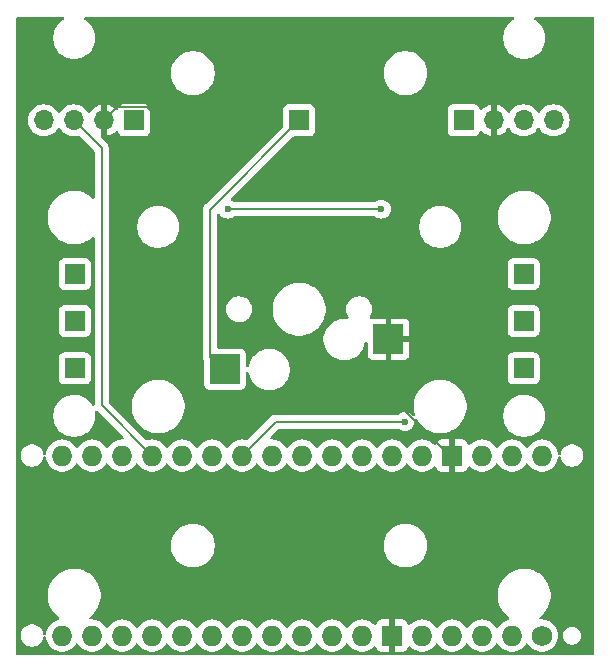
<source format=gbr>
%TF.GenerationSoftware,KiCad,Pcbnew,8.0.8*%
%TF.CreationDate,2025-02-27T04:46:11-05:00*%
%TF.ProjectId,modular_sdvx_pcb,6d6f6475-6c61-4725-9f73-6476785f7063,rev?*%
%TF.SameCoordinates,Original*%
%TF.FileFunction,Copper,L2,Bot*%
%TF.FilePolarity,Positive*%
%FSLAX46Y46*%
G04 Gerber Fmt 4.6, Leading zero omitted, Abs format (unit mm)*
G04 Created by KiCad (PCBNEW 8.0.8) date 2025-02-27 04:46:11*
%MOMM*%
%LPD*%
G01*
G04 APERTURE LIST*
%TA.AperFunction,ComponentPad*%
%ADD10O,1.700000X1.700000*%
%TD*%
%TA.AperFunction,ComponentPad*%
%ADD11R,1.700000X1.700000*%
%TD*%
%TA.AperFunction,SMDPad,CuDef*%
%ADD12R,2.550000X2.500000*%
%TD*%
%TA.AperFunction,ComponentPad*%
%ADD13O,1.727200X1.727200*%
%TD*%
%TA.AperFunction,ComponentPad*%
%ADD14C,1.727200*%
%TD*%
%TA.AperFunction,ComponentPad*%
%ADD15R,1.727200X1.727200*%
%TD*%
%TA.AperFunction,ViaPad*%
%ADD16C,0.600000*%
%TD*%
%TA.AperFunction,Conductor*%
%ADD17C,0.200000*%
%TD*%
G04 APERTURE END LIST*
D10*
%TO.P,ENC_R1,4,Pin_4*%
%TO.N,/ENC_R_B*%
X21540000Y16000000D03*
%TO.P,ENC_R1,3,Pin_3*%
%TO.N,/ENC_R_A*%
X19000000Y16000000D03*
%TO.P,ENC_R1,2,Pin_2*%
%TO.N,GND*%
X16460000Y16000000D03*
D11*
%TO.P,ENC_R1,1,Pin_1*%
%TO.N,/5V*%
X13920000Y16000000D03*
%TD*%
D10*
%TO.P,ENC_L1,4,Pin_4*%
%TO.N,/ENC_L_B*%
X-21620000Y16000000D03*
%TO.P,ENC_L1,3,Pin_3*%
%TO.N,/ENC_L_A*%
X-19080000Y16000000D03*
%TO.P,ENC_L1,2,Pin_2*%
%TO.N,GND*%
X-16540000Y16000000D03*
D11*
%TO.P,ENC_L1,1,Pin_1*%
%TO.N,/5V*%
X-14000000Y16000000D03*
%TD*%
D12*
%TO.P,Key1,1*%
%TO.N,Net-(SW_OUT1-Pin_1)*%
X-6290000Y-5080000D03*
%TO.P,Key1,2*%
%TO.N,GND*%
X7560000Y-2540000D03*
%TD*%
D11*
%TO.P,SW_D_in1,1,Pin_1*%
%TO.N,Net-(SW_D_in1-Pin_1)*%
X-19000000Y3000000D03*
%TD*%
%TO.P,SW_B_in1,1,Pin_1*%
%TO.N,Net-(SW_B_in1-Pin_1)*%
X19000000Y-1000000D03*
%TD*%
%TO.P,SW_C_in1,1,Pin_1*%
%TO.N,Net-(A1-D7_INT4)*%
X19000000Y3000000D03*
%TD*%
%TO.P,SW_L_in1,1,Pin_1*%
%TO.N,Net-(SW_L_in1-Pin_1)*%
X-19000000Y-1000000D03*
%TD*%
%TO.P,SW_R_in1,1,Pin_1*%
%TO.N,Net-(SW_R_in1-Pin_1)*%
X-19000000Y-5000000D03*
%TD*%
%TO.P,SW_OUT1,1,Pin_1*%
%TO.N,Net-(SW_OUT1-Pin_1)*%
X0Y16000000D03*
%TD*%
%TO.P,SW_A_in1,1,Pin_1*%
%TO.N,Net-(SW_A_in1-Pin_1)*%
X19000000Y-5000000D03*
%TD*%
D13*
%TO.P,A1,VIN,VIN*%
%TO.N,unconnected-(A1-PadVIN)*%
X15480000Y-12380000D03*
%TO.P,A1,SS,SPI_CS*%
%TO.N,unconnected-(A1-SPI_CS-PadSS)*%
X18020000Y-27620000D03*
%TO.P,A1,SCK,SPI_SCK*%
%TO.N,unconnected-(A1-SPI_SCK-PadSCK)*%
X20560000Y-12380000D03*
%TO.P,A1,RST2,RESET*%
%TO.N,unconnected-(A1-RESET-PadRST2)*%
X10400000Y-27620000D03*
%TO.P,A1,RST1,RESET*%
%TO.N,unconnected-(A1-RESET-PadRST1)*%
X10400000Y-12380000D03*
D14*
%TO.P,A1,MOSI,SPI_MOSI*%
%TO.N,unconnected-(A1-SPI_MOSI-PadMOSI)*%
X20560000Y-27620000D03*
D13*
%TO.P,A1,MISO,SPI_MISO*%
%TO.N,unconnected-(A1-SPI_MISO-PadMISO)*%
X18020000Y-12380000D03*
D15*
%TO.P,A1,GND2,GND*%
%TO.N,GND*%
X7860000Y-27620000D03*
%TO.P,A1,GND1,GND*%
X12940000Y-12380000D03*
D13*
%TO.P,A1,D13,D13*%
%TO.N,unconnected-(A1-PadD13)*%
X-20080000Y-12380000D03*
%TO.P,A1,D12,D12*%
%TO.N,unconnected-(A1-PadD12)*%
X-20080000Y-27620000D03*
%TO.P,A1,D11,D11*%
%TO.N,unconnected-(A1-PadD11)*%
X-17540000Y-27620000D03*
%TO.P,A1,D10,D10*%
%TO.N,Net-(SW_R_in1-Pin_1)*%
X-15000000Y-27620000D03*
%TO.P,A1,D9,D9*%
%TO.N,Net-(SW_L_in1-Pin_1)*%
X-12460000Y-27620000D03*
%TO.P,A1,D8,D8*%
%TO.N,Net-(SW_D_in1-Pin_1)*%
X-9920000Y-27620000D03*
%TO.P,A1,D7,D7_INT4*%
%TO.N,Net-(A1-D7_INT4)*%
X-7380000Y-27620000D03*
%TO.P,A1,D6,D6*%
%TO.N,Net-(SW_B_in1-Pin_1)*%
X-4840000Y-27620000D03*
%TO.P,A1,D5,D5*%
%TO.N,Net-(SW_A_in1-Pin_1)*%
X-2300000Y-27620000D03*
%TO.P,A1,D4,D4*%
%TO.N,unconnected-(A1-PadD4)*%
X240000Y-27620000D03*
%TO.P,A1,D3,D3/SCL*%
%TO.N,unconnected-(A1-D3{slash}SCL-PadD3)*%
X2780000Y-27620000D03*
%TO.P,A1,D2,D2/SDA*%
%TO.N,unconnected-(A1-D2{slash}SDA-PadD2)*%
X5320000Y-27620000D03*
%TO.P,A1,D1,D1/TX*%
%TO.N,unconnected-(A1-D1{slash}TX-PadD1)*%
X15480000Y-27620000D03*
%TO.P,A1,D0,D0/RX*%
%TO.N,unconnected-(A1-D0{slash}RX-PadD0)*%
X12940000Y-27620000D03*
%TO.P,A1,AREF,AREF*%
%TO.N,unconnected-(A1-PadAREF)*%
X-15000000Y-12380000D03*
%TO.P,A1,A5,A5*%
%TO.N,unconnected-(A1-PadA5)*%
X240000Y-12380000D03*
%TO.P,A1,A4,A4*%
%TO.N,unconnected-(A1-PadA4)*%
X-2300000Y-12380000D03*
%TO.P,A1,A3,A3*%
%TO.N,/ENC_R_B*%
X-4840000Y-12380000D03*
%TO.P,A1,A2,A2*%
%TO.N,/ENC_R_A*%
X-7380000Y-12380000D03*
%TO.P,A1,A1,A1*%
%TO.N,/ENC_L_B*%
X-9920000Y-12380000D03*
%TO.P,A1,A0,A0*%
%TO.N,/ENC_L_A*%
X-12460000Y-12380000D03*
%TO.P,A1,5V,5V*%
%TO.N,/5V*%
X7860000Y-12380000D03*
%TO.P,A1,3V3,3.3V*%
%TO.N,unconnected-(A1-3.3V-Pad3V3)*%
X-17540000Y-12380000D03*
%TO.P,A1,*%
%TO.N,*%
X5320000Y-12380000D03*
X2780000Y-12380000D03*
%TD*%
D16*
%TO.N,/ENC_R_A*%
X-6050000Y8485000D03*
%TO.N,/ENC_R_B*%
X8950000Y-9515000D03*
%TO.N,/ENC_R_A*%
X6950000Y8485000D03*
%TD*%
D17*
%TO.N,GND*%
X15452500Y12987500D02*
X13447500Y12987500D01*
X16460000Y13995000D02*
X15452500Y12987500D01*
X16460000Y16000000D02*
X16460000Y13995000D01*
%TO.N,/ENC_L_A*%
X-16706100Y13626100D02*
X-16706100Y-8133900D01*
X-16706100Y-8133900D02*
X-12460000Y-12380000D01*
X-19080000Y16000000D02*
X-16706100Y13626100D01*
%TO.N,GND*%
X7560000Y7100000D02*
X7560000Y-2540000D01*
X12778225Y-12380000D02*
X12940000Y-12380000D01*
X7560000Y-7161775D02*
X12778225Y-12380000D01*
%TO.N,/ENC_R_A*%
X6950000Y8485000D02*
X-6050000Y8485000D01*
%TO.N,GND*%
X-12185000Y16485000D02*
X-2682500Y16485000D01*
X7560000Y-2540000D02*
X7560000Y-7161775D01*
X-2682500Y16485000D02*
X-1182500Y17985000D01*
%TO.N,/ENC_R_B*%
X8950000Y-9515000D02*
X-1975000Y-9515000D01*
%TO.N,GND*%
X-16540000Y16000000D02*
X-15390000Y17150000D01*
X-15390000Y17150000D02*
X-12850000Y17150000D01*
%TO.N,/ENC_R_B*%
X-1975000Y-9515000D02*
X-4840000Y-12380000D01*
%TO.N,GND*%
X-12850000Y17150000D02*
X-12185000Y16485000D01*
X10450000Y15985000D02*
X13447500Y12987500D01*
X7450000Y15985000D02*
X10450000Y15985000D01*
X13447500Y12987500D02*
X7560000Y7100000D01*
%TO.N,Net-(SW_OUT1-Pin_1)*%
X-7550000Y-4015000D02*
X-7550000Y8450000D01*
X-7550000Y8450000D02*
X0Y16000000D01*
X-6485000Y-5080000D02*
X-7550000Y-4015000D01*
%TO.N,GND*%
X-1182500Y17985000D02*
X5450000Y17985000D01*
%TO.N,Net-(SW_OUT1-Pin_1)*%
X-6290000Y-5080000D02*
X-6485000Y-5080000D01*
%TO.N,GND*%
X5450000Y17985000D02*
X7450000Y15985000D01*
%TD*%
%TA.AperFunction,Conductor*%
%TO.N,GND*%
G36*
X-19938530Y24729815D02*
G01*
X-19892775Y24677011D01*
X-19882831Y24607853D01*
X-19911856Y24544297D01*
X-19943569Y24518113D01*
X-20037974Y24463608D01*
X-20222519Y24322002D01*
X-20387002Y24157519D01*
X-20528608Y23972974D01*
X-20644915Y23771525D01*
X-20733932Y23556618D01*
X-20794137Y23331930D01*
X-20824500Y23101307D01*
X-20824500Y22868693D01*
X-20794137Y22638070D01*
X-20733932Y22413382D01*
X-20733931Y22413379D01*
X-20644916Y22198478D01*
X-20644911Y22198467D01*
X-20535915Y22009682D01*
X-20528608Y21997026D01*
X-20528601Y21997017D01*
X-20387003Y21812482D01*
X-20386997Y21812475D01*
X-20222524Y21648002D01*
X-20222517Y21647996D01*
X-20084296Y21541936D01*
X-20037974Y21506392D01*
X-20037969Y21506389D01*
X-20037966Y21506387D01*
X-19836532Y21390088D01*
X-19836521Y21390083D01*
X-19621620Y21301068D01*
X-19509274Y21270965D01*
X-19396930Y21240863D01*
X-19345680Y21234115D01*
X-19166314Y21210500D01*
X-19166307Y21210500D01*
X-18933685Y21210500D01*
X-18728694Y21237489D01*
X-18703070Y21240863D01*
X-18646898Y21255914D01*
X-18478379Y21301068D01*
X-18263478Y21390083D01*
X-18263467Y21390088D01*
X-18062033Y21506387D01*
X-18062017Y21506398D01*
X-17877482Y21647996D01*
X-17877475Y21648002D01*
X-17713002Y21812475D01*
X-17712996Y21812482D01*
X-17571398Y21997017D01*
X-17571387Y21997033D01*
X-17455088Y22198467D01*
X-17455083Y22198478D01*
X-17366068Y22413379D01*
X-17305863Y22638071D01*
X-17275500Y22868685D01*
X-17275500Y23101314D01*
X-17305863Y23331928D01*
X-17305863Y23331930D01*
X-17335965Y23444274D01*
X-17366068Y23556620D01*
X-17455083Y23771521D01*
X-17455088Y23771532D01*
X-17571387Y23972966D01*
X-17571389Y23972969D01*
X-17571392Y23972974D01*
X-17712998Y24157519D01*
X-17713002Y24157524D01*
X-17877475Y24321997D01*
X-17877482Y24322003D01*
X-18062017Y24463601D01*
X-18062026Y24463608D01*
X-18156431Y24518113D01*
X-18204647Y24568680D01*
X-18217869Y24637287D01*
X-18191901Y24702152D01*
X-18134987Y24742680D01*
X-18094431Y24749500D01*
X18094431Y24749500D01*
X18161470Y24729815D01*
X18207225Y24677011D01*
X18217169Y24607853D01*
X18188144Y24544297D01*
X18156431Y24518113D01*
X18062026Y24463608D01*
X18062017Y24463601D01*
X17877482Y24322003D01*
X17877475Y24321997D01*
X17713002Y24157524D01*
X17712998Y24157519D01*
X17571392Y23972974D01*
X17571389Y23972969D01*
X17571387Y23972966D01*
X17455088Y23771532D01*
X17455083Y23771521D01*
X17366068Y23556620D01*
X17335965Y23444274D01*
X17305863Y23331930D01*
X17305863Y23331928D01*
X17275500Y23101314D01*
X17275500Y22868685D01*
X17305863Y22638071D01*
X17366068Y22413379D01*
X17455083Y22198478D01*
X17455088Y22198467D01*
X17571387Y21997033D01*
X17571398Y21997017D01*
X17712996Y21812482D01*
X17713002Y21812475D01*
X17877475Y21648002D01*
X17877482Y21647996D01*
X18062017Y21506398D01*
X18062033Y21506387D01*
X18263467Y21390088D01*
X18263478Y21390083D01*
X18478379Y21301068D01*
X18646898Y21255914D01*
X18703070Y21240863D01*
X18728694Y21237489D01*
X18933685Y21210500D01*
X18933693Y21210500D01*
X19166314Y21210500D01*
X19345680Y21234115D01*
X19396930Y21240863D01*
X19509274Y21270965D01*
X19621620Y21301068D01*
X19836521Y21390083D01*
X19836532Y21390088D01*
X20037966Y21506387D01*
X20037969Y21506389D01*
X20037974Y21506392D01*
X20084296Y21541936D01*
X20222517Y21647996D01*
X20222524Y21648002D01*
X20386997Y21812475D01*
X20387003Y21812482D01*
X20528601Y21997017D01*
X20528608Y21997026D01*
X20535915Y22009682D01*
X20644911Y22198467D01*
X20644916Y22198478D01*
X20733931Y22413379D01*
X20733932Y22413382D01*
X20794137Y22638070D01*
X20824500Y22868693D01*
X20824500Y23101307D01*
X20794137Y23331930D01*
X20733932Y23556618D01*
X20644915Y23771525D01*
X20528608Y23972974D01*
X20387002Y24157519D01*
X20222519Y24322002D01*
X20037974Y24463608D01*
X19943569Y24518113D01*
X19895353Y24568680D01*
X19882131Y24637287D01*
X19908099Y24702152D01*
X19965013Y24742680D01*
X20005569Y24749500D01*
X24875500Y24749500D01*
X24942539Y24729815D01*
X24988294Y24677011D01*
X24999500Y24625500D01*
X24999500Y-29125500D01*
X24979815Y-29192539D01*
X24927011Y-29238294D01*
X24875500Y-29249500D01*
X-23875500Y-29249500D01*
X-23942539Y-29229815D01*
X-23988294Y-29177011D01*
X-23999500Y-29125500D01*
X-23999500Y-27526384D01*
X-23570500Y-27526384D01*
X-23570500Y-27713616D01*
X-23533973Y-27897251D01*
X-23462322Y-28070231D01*
X-23358302Y-28225908D01*
X-23225908Y-28358302D01*
X-23070231Y-28462322D01*
X-22897251Y-28533973D01*
X-22713618Y-28570499D01*
X-22713617Y-28570500D01*
X-22713616Y-28570500D01*
X-22526383Y-28570500D01*
X-22526379Y-28570499D01*
X-22511538Y-28567547D01*
X-22342749Y-28533973D01*
X-22169769Y-28462322D01*
X-22169768Y-28462321D01*
X-22169762Y-28462318D01*
X-22014092Y-28358302D01*
X-22014088Y-28358299D01*
X-21881700Y-28225911D01*
X-21881697Y-28225907D01*
X-21777681Y-28070237D01*
X-21777676Y-28070228D01*
X-21706027Y-27897251D01*
X-21706025Y-27897245D01*
X-21680480Y-27768822D01*
X-21648095Y-27706911D01*
X-21587379Y-27672337D01*
X-21517610Y-27676077D01*
X-21460938Y-27716944D01*
X-21435356Y-27781962D01*
X-21435319Y-27782386D01*
X-21430107Y-27845293D01*
X-21374611Y-28064441D01*
X-21283802Y-28271465D01*
X-21160156Y-28460719D01*
X-21160151Y-28460724D01*
X-21160149Y-28460727D01*
X-21106832Y-28518643D01*
X-21007046Y-28627040D01*
X-20828649Y-28765893D01*
X-20629831Y-28873488D01*
X-20416014Y-28946891D01*
X-20193033Y-28984100D01*
X-20193032Y-28984100D01*
X-19966968Y-28984100D01*
X-19966967Y-28984100D01*
X-19743986Y-28946891D01*
X-19743984Y-28946890D01*
X-19743982Y-28946890D01*
X-19530172Y-28873489D01*
X-19530169Y-28873488D01*
X-19331351Y-28765893D01*
X-19152954Y-28627040D01*
X-19152950Y-28627036D01*
X-18999850Y-28460727D01*
X-18999849Y-28460724D01*
X-18999844Y-28460719D01*
X-18913806Y-28329028D01*
X-18860662Y-28283675D01*
X-18791431Y-28274251D01*
X-18728095Y-28303753D01*
X-18706195Y-28329025D01*
X-18620156Y-28460719D01*
X-18620149Y-28460726D01*
X-18620149Y-28460727D01*
X-18566832Y-28518643D01*
X-18467046Y-28627040D01*
X-18288649Y-28765893D01*
X-18089831Y-28873488D01*
X-17876014Y-28946891D01*
X-17653033Y-28984100D01*
X-17653032Y-28984100D01*
X-17426968Y-28984100D01*
X-17426967Y-28984100D01*
X-17203986Y-28946891D01*
X-17203984Y-28946890D01*
X-17203982Y-28946890D01*
X-16990172Y-28873489D01*
X-16990169Y-28873488D01*
X-16791351Y-28765893D01*
X-16612954Y-28627040D01*
X-16612950Y-28627036D01*
X-16459850Y-28460727D01*
X-16459849Y-28460724D01*
X-16459844Y-28460719D01*
X-16373806Y-28329028D01*
X-16320662Y-28283675D01*
X-16251431Y-28274251D01*
X-16188095Y-28303753D01*
X-16166195Y-28329025D01*
X-16080156Y-28460719D01*
X-16080149Y-28460726D01*
X-16080149Y-28460727D01*
X-16026832Y-28518643D01*
X-15927046Y-28627040D01*
X-15748649Y-28765893D01*
X-15549831Y-28873488D01*
X-15336014Y-28946891D01*
X-15113033Y-28984100D01*
X-15113032Y-28984100D01*
X-14886968Y-28984100D01*
X-14886967Y-28984100D01*
X-14663986Y-28946891D01*
X-14663984Y-28946890D01*
X-14663982Y-28946890D01*
X-14450172Y-28873489D01*
X-14450169Y-28873488D01*
X-14251351Y-28765893D01*
X-14072954Y-28627040D01*
X-14072950Y-28627036D01*
X-13919850Y-28460727D01*
X-13919849Y-28460724D01*
X-13919844Y-28460719D01*
X-13833806Y-28329028D01*
X-13780662Y-28283675D01*
X-13711431Y-28274251D01*
X-13648095Y-28303753D01*
X-13626195Y-28329025D01*
X-13540156Y-28460719D01*
X-13540149Y-28460726D01*
X-13540149Y-28460727D01*
X-13486832Y-28518643D01*
X-13387046Y-28627040D01*
X-13208649Y-28765893D01*
X-13009831Y-28873488D01*
X-12796014Y-28946891D01*
X-12573033Y-28984100D01*
X-12573032Y-28984100D01*
X-12346968Y-28984100D01*
X-12346967Y-28984100D01*
X-12123986Y-28946891D01*
X-12123984Y-28946890D01*
X-12123982Y-28946890D01*
X-11910172Y-28873489D01*
X-11910169Y-28873488D01*
X-11711351Y-28765893D01*
X-11532954Y-28627040D01*
X-11532950Y-28627036D01*
X-11379850Y-28460727D01*
X-11379849Y-28460724D01*
X-11379844Y-28460719D01*
X-11293806Y-28329028D01*
X-11240662Y-28283675D01*
X-11171431Y-28274251D01*
X-11108095Y-28303753D01*
X-11086195Y-28329025D01*
X-11000156Y-28460719D01*
X-11000149Y-28460726D01*
X-11000149Y-28460727D01*
X-10946832Y-28518643D01*
X-10847046Y-28627040D01*
X-10668649Y-28765893D01*
X-10469831Y-28873488D01*
X-10256014Y-28946891D01*
X-10033033Y-28984100D01*
X-10033032Y-28984100D01*
X-9806968Y-28984100D01*
X-9806967Y-28984100D01*
X-9583986Y-28946891D01*
X-9583984Y-28946890D01*
X-9583982Y-28946890D01*
X-9370172Y-28873489D01*
X-9370169Y-28873488D01*
X-9171351Y-28765893D01*
X-8992954Y-28627040D01*
X-8992950Y-28627036D01*
X-8839850Y-28460727D01*
X-8839849Y-28460724D01*
X-8839844Y-28460719D01*
X-8753806Y-28329028D01*
X-8700662Y-28283675D01*
X-8631431Y-28274251D01*
X-8568095Y-28303753D01*
X-8546195Y-28329025D01*
X-8460156Y-28460719D01*
X-8460149Y-28460726D01*
X-8460149Y-28460727D01*
X-8406832Y-28518643D01*
X-8307046Y-28627040D01*
X-8128649Y-28765893D01*
X-7929831Y-28873488D01*
X-7716014Y-28946891D01*
X-7493033Y-28984100D01*
X-7493032Y-28984100D01*
X-7266968Y-28984100D01*
X-7266967Y-28984100D01*
X-7043986Y-28946891D01*
X-7043984Y-28946890D01*
X-7043982Y-28946890D01*
X-6830172Y-28873489D01*
X-6830169Y-28873488D01*
X-6631351Y-28765893D01*
X-6452954Y-28627040D01*
X-6452950Y-28627036D01*
X-6299850Y-28460727D01*
X-6299849Y-28460724D01*
X-6299844Y-28460719D01*
X-6213806Y-28329028D01*
X-6160662Y-28283675D01*
X-6091431Y-28274251D01*
X-6028095Y-28303753D01*
X-6006195Y-28329025D01*
X-5920156Y-28460719D01*
X-5920149Y-28460726D01*
X-5920149Y-28460727D01*
X-5866832Y-28518643D01*
X-5767046Y-28627040D01*
X-5588649Y-28765893D01*
X-5389831Y-28873488D01*
X-5176014Y-28946891D01*
X-4953033Y-28984100D01*
X-4953032Y-28984100D01*
X-4726968Y-28984100D01*
X-4726967Y-28984100D01*
X-4503986Y-28946891D01*
X-4503984Y-28946890D01*
X-4503982Y-28946890D01*
X-4290172Y-28873489D01*
X-4290169Y-28873488D01*
X-4091351Y-28765893D01*
X-3912954Y-28627040D01*
X-3912950Y-28627036D01*
X-3759850Y-28460727D01*
X-3759849Y-28460724D01*
X-3759844Y-28460719D01*
X-3673806Y-28329028D01*
X-3620662Y-28283675D01*
X-3551431Y-28274251D01*
X-3488095Y-28303753D01*
X-3466195Y-28329025D01*
X-3380156Y-28460719D01*
X-3380149Y-28460726D01*
X-3380149Y-28460727D01*
X-3326832Y-28518643D01*
X-3227046Y-28627040D01*
X-3048649Y-28765893D01*
X-2849831Y-28873488D01*
X-2636014Y-28946891D01*
X-2413033Y-28984100D01*
X-2413032Y-28984100D01*
X-2186968Y-28984100D01*
X-2186967Y-28984100D01*
X-1963986Y-28946891D01*
X-1963984Y-28946890D01*
X-1963982Y-28946890D01*
X-1750172Y-28873489D01*
X-1750169Y-28873488D01*
X-1551351Y-28765893D01*
X-1372954Y-28627040D01*
X-1372950Y-28627036D01*
X-1219850Y-28460727D01*
X-1219849Y-28460724D01*
X-1219844Y-28460719D01*
X-1133806Y-28329028D01*
X-1080662Y-28283675D01*
X-1011431Y-28274251D01*
X-948095Y-28303753D01*
X-926195Y-28329025D01*
X-840156Y-28460719D01*
X-840149Y-28460726D01*
X-840149Y-28460727D01*
X-786832Y-28518643D01*
X-687046Y-28627040D01*
X-508649Y-28765893D01*
X-309831Y-28873488D01*
X-96014Y-28946891D01*
X126967Y-28984100D01*
X126968Y-28984100D01*
X353032Y-28984100D01*
X353033Y-28984100D01*
X576014Y-28946891D01*
X789831Y-28873488D01*
X988649Y-28765893D01*
X1167046Y-28627040D01*
X1266832Y-28518643D01*
X1320149Y-28460727D01*
X1320149Y-28460726D01*
X1320156Y-28460719D01*
X1406193Y-28329028D01*
X1459338Y-28283675D01*
X1528569Y-28274251D01*
X1591905Y-28303753D01*
X1613804Y-28329025D01*
X1699844Y-28460719D01*
X1699849Y-28460724D01*
X1699850Y-28460727D01*
X1852950Y-28627036D01*
X1852954Y-28627040D01*
X2031351Y-28765893D01*
X2230169Y-28873488D01*
X2230172Y-28873489D01*
X2443982Y-28946890D01*
X2443984Y-28946890D01*
X2443986Y-28946891D01*
X2666967Y-28984100D01*
X2666968Y-28984100D01*
X2893032Y-28984100D01*
X2893033Y-28984100D01*
X3116014Y-28946891D01*
X3329831Y-28873488D01*
X3528649Y-28765893D01*
X3707046Y-28627040D01*
X3806832Y-28518643D01*
X3860149Y-28460727D01*
X3860149Y-28460726D01*
X3860156Y-28460719D01*
X3946193Y-28329028D01*
X3999338Y-28283675D01*
X4068569Y-28274251D01*
X4131905Y-28303753D01*
X4153804Y-28329025D01*
X4239844Y-28460719D01*
X4239849Y-28460724D01*
X4239850Y-28460727D01*
X4392950Y-28627036D01*
X4392954Y-28627040D01*
X4571351Y-28765893D01*
X4770169Y-28873488D01*
X4770172Y-28873489D01*
X4983982Y-28946890D01*
X4983984Y-28946890D01*
X4983986Y-28946891D01*
X5206967Y-28984100D01*
X5206968Y-28984100D01*
X5433032Y-28984100D01*
X5433033Y-28984100D01*
X5656014Y-28946891D01*
X5869831Y-28873488D01*
X6068649Y-28765893D01*
X6247046Y-28627040D01*
X6301815Y-28567545D01*
X6361699Y-28531557D01*
X6431537Y-28533657D01*
X6489153Y-28573180D01*
X6509224Y-28608196D01*
X6553046Y-28725688D01*
X6553049Y-28725693D01*
X6639209Y-28840787D01*
X6639212Y-28840790D01*
X6754306Y-28926950D01*
X6754313Y-28926954D01*
X6889020Y-28977196D01*
X6889027Y-28977198D01*
X6948555Y-28983599D01*
X6948572Y-28983600D01*
X7610000Y-28983600D01*
X7610000Y-28062251D01*
X7663919Y-28093381D01*
X7793120Y-28128000D01*
X7926880Y-28128000D01*
X8056081Y-28093381D01*
X8110000Y-28062251D01*
X8110000Y-28983600D01*
X8771428Y-28983600D01*
X8771444Y-28983599D01*
X8830972Y-28977198D01*
X8830979Y-28977196D01*
X8965686Y-28926954D01*
X8965693Y-28926950D01*
X9080787Y-28840790D01*
X9080790Y-28840787D01*
X9166950Y-28725693D01*
X9166954Y-28725686D01*
X9210775Y-28608197D01*
X9252646Y-28552263D01*
X9318110Y-28527846D01*
X9386383Y-28542698D01*
X9418186Y-28567547D01*
X9472950Y-28627036D01*
X9472954Y-28627040D01*
X9651351Y-28765893D01*
X9850169Y-28873488D01*
X9850172Y-28873489D01*
X10063982Y-28946890D01*
X10063984Y-28946890D01*
X10063986Y-28946891D01*
X10286967Y-28984100D01*
X10286968Y-28984100D01*
X10513032Y-28984100D01*
X10513033Y-28984100D01*
X10736014Y-28946891D01*
X10949831Y-28873488D01*
X11148649Y-28765893D01*
X11327046Y-28627040D01*
X11426832Y-28518643D01*
X11480149Y-28460727D01*
X11480149Y-28460726D01*
X11480156Y-28460719D01*
X11566193Y-28329028D01*
X11619338Y-28283675D01*
X11688569Y-28274251D01*
X11751905Y-28303753D01*
X11773804Y-28329025D01*
X11859844Y-28460719D01*
X11859849Y-28460724D01*
X11859850Y-28460727D01*
X12012950Y-28627036D01*
X12012954Y-28627040D01*
X12191351Y-28765893D01*
X12390169Y-28873488D01*
X12390172Y-28873489D01*
X12603982Y-28946890D01*
X12603984Y-28946890D01*
X12603986Y-28946891D01*
X12826967Y-28984100D01*
X12826968Y-28984100D01*
X13053032Y-28984100D01*
X13053033Y-28984100D01*
X13276014Y-28946891D01*
X13489831Y-28873488D01*
X13688649Y-28765893D01*
X13867046Y-28627040D01*
X13966832Y-28518643D01*
X14020149Y-28460727D01*
X14020149Y-28460726D01*
X14020156Y-28460719D01*
X14106193Y-28329028D01*
X14159338Y-28283675D01*
X14228569Y-28274251D01*
X14291905Y-28303753D01*
X14313804Y-28329025D01*
X14399844Y-28460719D01*
X14399849Y-28460724D01*
X14399850Y-28460727D01*
X14552950Y-28627036D01*
X14552954Y-28627040D01*
X14731351Y-28765893D01*
X14930169Y-28873488D01*
X14930172Y-28873489D01*
X15143982Y-28946890D01*
X15143984Y-28946890D01*
X15143986Y-28946891D01*
X15366967Y-28984100D01*
X15366968Y-28984100D01*
X15593032Y-28984100D01*
X15593033Y-28984100D01*
X15816014Y-28946891D01*
X16029831Y-28873488D01*
X16228649Y-28765893D01*
X16407046Y-28627040D01*
X16506832Y-28518643D01*
X16560149Y-28460727D01*
X16560149Y-28460726D01*
X16560156Y-28460719D01*
X16646193Y-28329028D01*
X16699338Y-28283675D01*
X16768569Y-28274251D01*
X16831905Y-28303753D01*
X16853804Y-28329025D01*
X16939844Y-28460719D01*
X16939849Y-28460724D01*
X16939850Y-28460727D01*
X17092950Y-28627036D01*
X17092954Y-28627040D01*
X17271351Y-28765893D01*
X17470169Y-28873488D01*
X17470172Y-28873489D01*
X17683982Y-28946890D01*
X17683984Y-28946890D01*
X17683986Y-28946891D01*
X17906967Y-28984100D01*
X17906968Y-28984100D01*
X18133032Y-28984100D01*
X18133033Y-28984100D01*
X18356014Y-28946891D01*
X18569831Y-28873488D01*
X18768649Y-28765893D01*
X18947046Y-28627040D01*
X19046832Y-28518643D01*
X19100149Y-28460727D01*
X19100149Y-28460726D01*
X19100156Y-28460719D01*
X19186193Y-28329028D01*
X19239338Y-28283675D01*
X19308569Y-28274251D01*
X19371905Y-28303753D01*
X19393804Y-28329025D01*
X19479844Y-28460719D01*
X19479849Y-28460724D01*
X19479850Y-28460727D01*
X19632950Y-28627036D01*
X19632954Y-28627040D01*
X19811351Y-28765893D01*
X20010169Y-28873488D01*
X20010172Y-28873489D01*
X20223982Y-28946890D01*
X20223984Y-28946890D01*
X20223986Y-28946891D01*
X20446967Y-28984100D01*
X20446968Y-28984100D01*
X20673032Y-28984100D01*
X20673033Y-28984100D01*
X20896014Y-28946891D01*
X21109831Y-28873488D01*
X21308649Y-28765893D01*
X21487046Y-28627040D01*
X21586832Y-28518643D01*
X21640149Y-28460727D01*
X21640151Y-28460724D01*
X21640156Y-28460719D01*
X21763802Y-28271465D01*
X21854611Y-28064441D01*
X21910107Y-27845293D01*
X21921018Y-27713616D01*
X21922585Y-27694708D01*
X22341499Y-27694708D01*
X22370647Y-27841240D01*
X22370650Y-27841250D01*
X22427822Y-27979277D01*
X22427829Y-27979290D01*
X22510834Y-28103515D01*
X22510837Y-28103519D01*
X22616480Y-28209162D01*
X22616484Y-28209165D01*
X22740709Y-28292170D01*
X22740722Y-28292177D01*
X22878749Y-28349349D01*
X22878754Y-28349351D01*
X22878758Y-28349351D01*
X22878759Y-28349352D01*
X23025291Y-28378500D01*
X23025294Y-28378500D01*
X23174708Y-28378500D01*
X23276262Y-28358299D01*
X23321246Y-28349351D01*
X23459284Y-28292174D01*
X23583516Y-28209165D01*
X23689165Y-28103516D01*
X23772174Y-27979284D01*
X23829351Y-27841246D01*
X23840982Y-27782776D01*
X23858500Y-27694708D01*
X23858500Y-27545291D01*
X23829352Y-27398759D01*
X23829351Y-27398758D01*
X23829351Y-27398754D01*
X23791793Y-27308080D01*
X23772177Y-27260722D01*
X23772170Y-27260709D01*
X23689165Y-27136484D01*
X23689162Y-27136480D01*
X23583519Y-27030837D01*
X23583515Y-27030834D01*
X23459290Y-26947829D01*
X23459277Y-26947822D01*
X23321250Y-26890650D01*
X23321240Y-26890647D01*
X23174708Y-26861500D01*
X23174706Y-26861500D01*
X23025294Y-26861500D01*
X23025292Y-26861500D01*
X22878759Y-26890647D01*
X22878749Y-26890650D01*
X22740722Y-26947822D01*
X22740709Y-26947829D01*
X22616484Y-27030834D01*
X22616480Y-27030837D01*
X22510837Y-27136480D01*
X22510834Y-27136484D01*
X22427829Y-27260709D01*
X22427822Y-27260722D01*
X22370650Y-27398749D01*
X22370647Y-27398759D01*
X22341500Y-27545291D01*
X22341500Y-27545294D01*
X22341500Y-27694706D01*
X22341500Y-27694708D01*
X22341499Y-27694708D01*
X21922585Y-27694708D01*
X21928775Y-27620006D01*
X21928775Y-27619993D01*
X21915287Y-27457223D01*
X21910107Y-27394707D01*
X21854611Y-27175559D01*
X21763802Y-26968535D01*
X21712916Y-26890649D01*
X21640157Y-26779283D01*
X21640149Y-26779272D01*
X21487049Y-26612963D01*
X21487048Y-26612962D01*
X21487046Y-26612960D01*
X21308649Y-26474107D01*
X21282390Y-26459896D01*
X21109832Y-26366512D01*
X21109827Y-26366510D01*
X20896017Y-26293109D01*
X20714388Y-26262801D01*
X20673033Y-26255900D01*
X20455402Y-26255900D01*
X20388363Y-26236215D01*
X20342608Y-26183411D01*
X20332664Y-26114253D01*
X20361689Y-26050697D01*
X20379916Y-26033524D01*
X20533011Y-25916050D01*
X20741050Y-25708011D01*
X20920155Y-25474597D01*
X21067261Y-25219803D01*
X21179850Y-24947987D01*
X21255998Y-24663800D01*
X21294400Y-24372106D01*
X21294400Y-24077894D01*
X21255998Y-23786200D01*
X21179850Y-23502013D01*
X21179847Y-23502005D01*
X21067265Y-23230205D01*
X21067257Y-23230189D01*
X20920159Y-22975410D01*
X20920155Y-22975403D01*
X20741050Y-22741989D01*
X20741045Y-22741983D01*
X20533016Y-22533954D01*
X20533009Y-22533948D01*
X20299605Y-22354851D01*
X20299603Y-22354849D01*
X20299597Y-22354845D01*
X20299592Y-22354842D01*
X20299589Y-22354840D01*
X20044810Y-22207742D01*
X20044794Y-22207734D01*
X19772994Y-22095152D01*
X19488796Y-22019001D01*
X19197116Y-21980601D01*
X19197111Y-21980600D01*
X19197106Y-21980600D01*
X18902894Y-21980600D01*
X18902888Y-21980600D01*
X18902883Y-21980601D01*
X18611203Y-22019001D01*
X18327005Y-22095152D01*
X18055205Y-22207734D01*
X18055189Y-22207742D01*
X17800410Y-22354840D01*
X17800394Y-22354851D01*
X17566990Y-22533948D01*
X17566983Y-22533954D01*
X17358954Y-22741983D01*
X17358948Y-22741990D01*
X17179851Y-22975394D01*
X17179840Y-22975410D01*
X17032742Y-23230189D01*
X17032734Y-23230205D01*
X16920152Y-23502005D01*
X16844001Y-23786203D01*
X16805601Y-24077883D01*
X16805600Y-24077900D01*
X16805600Y-24372099D01*
X16805601Y-24372116D01*
X16844001Y-24663796D01*
X16920152Y-24947994D01*
X17032734Y-25219794D01*
X17032742Y-25219810D01*
X17179840Y-25474589D01*
X17179851Y-25474605D01*
X17358948Y-25708009D01*
X17358954Y-25708016D01*
X17566983Y-25916045D01*
X17566990Y-25916051D01*
X17765113Y-26068076D01*
X17806316Y-26124504D01*
X17810471Y-26194250D01*
X17776259Y-26255170D01*
X17714542Y-26287923D01*
X17710040Y-26288760D01*
X17683987Y-26293108D01*
X17683984Y-26293108D01*
X17470172Y-26366510D01*
X17470167Y-26366512D01*
X17271352Y-26474106D01*
X17092955Y-26612959D01*
X17092950Y-26612963D01*
X16939850Y-26779272D01*
X16939842Y-26779283D01*
X16853808Y-26910968D01*
X16800662Y-26956325D01*
X16731430Y-26965748D01*
X16668095Y-26936246D01*
X16646192Y-26910968D01*
X16560157Y-26779283D01*
X16560149Y-26779272D01*
X16407049Y-26612963D01*
X16407048Y-26612962D01*
X16407046Y-26612960D01*
X16228649Y-26474107D01*
X16202390Y-26459896D01*
X16029832Y-26366512D01*
X16029827Y-26366510D01*
X15816017Y-26293109D01*
X15634388Y-26262801D01*
X15593033Y-26255900D01*
X15366967Y-26255900D01*
X15325612Y-26262801D01*
X15143982Y-26293109D01*
X14930172Y-26366510D01*
X14930167Y-26366512D01*
X14731352Y-26474106D01*
X14552955Y-26612959D01*
X14552950Y-26612963D01*
X14399850Y-26779272D01*
X14399842Y-26779283D01*
X14313808Y-26910968D01*
X14260662Y-26956325D01*
X14191430Y-26965748D01*
X14128095Y-26936246D01*
X14106192Y-26910968D01*
X14020157Y-26779283D01*
X14020149Y-26779272D01*
X13867049Y-26612963D01*
X13867048Y-26612962D01*
X13867046Y-26612960D01*
X13688649Y-26474107D01*
X13662390Y-26459896D01*
X13489832Y-26366512D01*
X13489827Y-26366510D01*
X13276017Y-26293109D01*
X13094388Y-26262801D01*
X13053033Y-26255900D01*
X12826967Y-26255900D01*
X12785612Y-26262801D01*
X12603982Y-26293109D01*
X12390172Y-26366510D01*
X12390167Y-26366512D01*
X12191352Y-26474106D01*
X12012955Y-26612959D01*
X12012950Y-26612963D01*
X11859850Y-26779272D01*
X11859842Y-26779283D01*
X11773808Y-26910968D01*
X11720662Y-26956325D01*
X11651430Y-26965748D01*
X11588095Y-26936246D01*
X11566192Y-26910968D01*
X11480157Y-26779283D01*
X11480149Y-26779272D01*
X11327049Y-26612963D01*
X11327048Y-26612962D01*
X11327046Y-26612960D01*
X11148649Y-26474107D01*
X11122390Y-26459896D01*
X10949832Y-26366512D01*
X10949827Y-26366510D01*
X10736017Y-26293109D01*
X10554388Y-26262801D01*
X10513033Y-26255900D01*
X10286967Y-26255900D01*
X10245612Y-26262801D01*
X10063982Y-26293109D01*
X9850172Y-26366510D01*
X9850167Y-26366512D01*
X9651352Y-26474106D01*
X9472955Y-26612958D01*
X9418186Y-26672453D01*
X9358298Y-26708443D01*
X9288460Y-26706342D01*
X9230845Y-26666817D01*
X9210775Y-26631802D01*
X9166954Y-26514313D01*
X9166950Y-26514306D01*
X9080790Y-26399212D01*
X9080787Y-26399209D01*
X8965693Y-26313049D01*
X8965686Y-26313045D01*
X8830979Y-26262803D01*
X8830972Y-26262801D01*
X8771444Y-26256400D01*
X8110000Y-26256400D01*
X8110000Y-27177748D01*
X8056081Y-27146619D01*
X7926880Y-27112000D01*
X7793120Y-27112000D01*
X7663919Y-27146619D01*
X7610000Y-27177748D01*
X7610000Y-26256400D01*
X6948555Y-26256400D01*
X6889027Y-26262801D01*
X6889020Y-26262803D01*
X6754313Y-26313045D01*
X6754306Y-26313049D01*
X6639212Y-26399209D01*
X6639209Y-26399212D01*
X6553049Y-26514306D01*
X6553046Y-26514312D01*
X6509224Y-26631803D01*
X6467352Y-26687736D01*
X6401887Y-26712153D01*
X6333615Y-26697301D01*
X6301813Y-26672452D01*
X6247049Y-26612963D01*
X6247048Y-26612962D01*
X6247046Y-26612960D01*
X6068649Y-26474107D01*
X6042390Y-26459896D01*
X5869832Y-26366512D01*
X5869827Y-26366510D01*
X5656017Y-26293109D01*
X5474388Y-26262801D01*
X5433033Y-26255900D01*
X5206967Y-26255900D01*
X5165612Y-26262801D01*
X4983982Y-26293109D01*
X4770172Y-26366510D01*
X4770167Y-26366512D01*
X4571352Y-26474106D01*
X4392955Y-26612959D01*
X4392950Y-26612963D01*
X4239850Y-26779272D01*
X4239842Y-26779283D01*
X4153808Y-26910968D01*
X4100662Y-26956325D01*
X4031430Y-26965748D01*
X3968095Y-26936246D01*
X3946192Y-26910968D01*
X3860157Y-26779283D01*
X3860149Y-26779272D01*
X3707049Y-26612963D01*
X3707048Y-26612962D01*
X3707046Y-26612960D01*
X3528649Y-26474107D01*
X3502390Y-26459896D01*
X3329832Y-26366512D01*
X3329827Y-26366510D01*
X3116017Y-26293109D01*
X2934388Y-26262801D01*
X2893033Y-26255900D01*
X2666967Y-26255900D01*
X2625612Y-26262801D01*
X2443982Y-26293109D01*
X2230172Y-26366510D01*
X2230167Y-26366512D01*
X2031352Y-26474106D01*
X1852955Y-26612959D01*
X1852950Y-26612963D01*
X1699850Y-26779272D01*
X1699842Y-26779283D01*
X1613808Y-26910968D01*
X1560662Y-26956325D01*
X1491430Y-26965748D01*
X1428095Y-26936246D01*
X1406192Y-26910968D01*
X1320157Y-26779283D01*
X1320149Y-26779272D01*
X1167049Y-26612963D01*
X1167048Y-26612962D01*
X1167046Y-26612960D01*
X988649Y-26474107D01*
X962390Y-26459896D01*
X789832Y-26366512D01*
X789827Y-26366510D01*
X576017Y-26293109D01*
X394388Y-26262801D01*
X353033Y-26255900D01*
X126967Y-26255900D01*
X85612Y-26262801D01*
X-96017Y-26293109D01*
X-309827Y-26366510D01*
X-309832Y-26366512D01*
X-482390Y-26459896D01*
X-508649Y-26474107D01*
X-687046Y-26612960D01*
X-687048Y-26612962D01*
X-687049Y-26612963D01*
X-840149Y-26779272D01*
X-840157Y-26779283D01*
X-926192Y-26910968D01*
X-979338Y-26956325D01*
X-1048570Y-26965748D01*
X-1111905Y-26936246D01*
X-1133808Y-26910968D01*
X-1219842Y-26779283D01*
X-1219850Y-26779272D01*
X-1372950Y-26612963D01*
X-1372955Y-26612959D01*
X-1551352Y-26474106D01*
X-1750167Y-26366512D01*
X-1750172Y-26366510D01*
X-1963982Y-26293109D01*
X-2145612Y-26262801D01*
X-2186967Y-26255900D01*
X-2413033Y-26255900D01*
X-2454388Y-26262801D01*
X-2636017Y-26293109D01*
X-2849827Y-26366510D01*
X-2849832Y-26366512D01*
X-3022390Y-26459896D01*
X-3048649Y-26474107D01*
X-3227046Y-26612960D01*
X-3227048Y-26612962D01*
X-3227049Y-26612963D01*
X-3380149Y-26779272D01*
X-3380157Y-26779283D01*
X-3466192Y-26910968D01*
X-3519338Y-26956325D01*
X-3588570Y-26965748D01*
X-3651905Y-26936246D01*
X-3673808Y-26910968D01*
X-3759842Y-26779283D01*
X-3759850Y-26779272D01*
X-3912950Y-26612963D01*
X-3912955Y-26612959D01*
X-4091352Y-26474106D01*
X-4290167Y-26366512D01*
X-4290172Y-26366510D01*
X-4503982Y-26293109D01*
X-4685612Y-26262801D01*
X-4726967Y-26255900D01*
X-4953033Y-26255900D01*
X-4994388Y-26262801D01*
X-5176017Y-26293109D01*
X-5389827Y-26366510D01*
X-5389832Y-26366512D01*
X-5562390Y-26459896D01*
X-5588649Y-26474107D01*
X-5767046Y-26612960D01*
X-5767048Y-26612962D01*
X-5767049Y-26612963D01*
X-5920149Y-26779272D01*
X-5920157Y-26779283D01*
X-6006192Y-26910968D01*
X-6059338Y-26956325D01*
X-6128570Y-26965748D01*
X-6191905Y-26936246D01*
X-6213808Y-26910968D01*
X-6299842Y-26779283D01*
X-6299850Y-26779272D01*
X-6452950Y-26612963D01*
X-6452955Y-26612959D01*
X-6631352Y-26474106D01*
X-6830167Y-26366512D01*
X-6830172Y-26366510D01*
X-7043982Y-26293109D01*
X-7225612Y-26262801D01*
X-7266967Y-26255900D01*
X-7493033Y-26255900D01*
X-7534388Y-26262801D01*
X-7716017Y-26293109D01*
X-7929827Y-26366510D01*
X-7929832Y-26366512D01*
X-8102390Y-26459896D01*
X-8128649Y-26474107D01*
X-8307046Y-26612960D01*
X-8307048Y-26612962D01*
X-8307049Y-26612963D01*
X-8460149Y-26779272D01*
X-8460157Y-26779283D01*
X-8546192Y-26910968D01*
X-8599338Y-26956325D01*
X-8668570Y-26965748D01*
X-8731905Y-26936246D01*
X-8753808Y-26910968D01*
X-8839842Y-26779283D01*
X-8839850Y-26779272D01*
X-8992950Y-26612963D01*
X-8992955Y-26612959D01*
X-9171352Y-26474106D01*
X-9370167Y-26366512D01*
X-9370172Y-26366510D01*
X-9583982Y-26293109D01*
X-9765612Y-26262801D01*
X-9806967Y-26255900D01*
X-10033033Y-26255900D01*
X-10074388Y-26262801D01*
X-10256017Y-26293109D01*
X-10469827Y-26366510D01*
X-10469832Y-26366512D01*
X-10642390Y-26459896D01*
X-10668649Y-26474107D01*
X-10847046Y-26612960D01*
X-10847048Y-26612962D01*
X-10847049Y-26612963D01*
X-11000149Y-26779272D01*
X-11000157Y-26779283D01*
X-11086192Y-26910968D01*
X-11139338Y-26956325D01*
X-11208570Y-26965748D01*
X-11271905Y-26936246D01*
X-11293808Y-26910968D01*
X-11379842Y-26779283D01*
X-11379850Y-26779272D01*
X-11532950Y-26612963D01*
X-11532955Y-26612959D01*
X-11711352Y-26474106D01*
X-11910167Y-26366512D01*
X-11910172Y-26366510D01*
X-12123982Y-26293109D01*
X-12305612Y-26262801D01*
X-12346967Y-26255900D01*
X-12573033Y-26255900D01*
X-12614388Y-26262801D01*
X-12796017Y-26293109D01*
X-13009827Y-26366510D01*
X-13009832Y-26366512D01*
X-13182390Y-26459896D01*
X-13208649Y-26474107D01*
X-13387046Y-26612960D01*
X-13387048Y-26612962D01*
X-13387049Y-26612963D01*
X-13540149Y-26779272D01*
X-13540157Y-26779283D01*
X-13626192Y-26910968D01*
X-13679338Y-26956325D01*
X-13748570Y-26965748D01*
X-13811905Y-26936246D01*
X-13833808Y-26910968D01*
X-13919842Y-26779283D01*
X-13919850Y-26779272D01*
X-14072950Y-26612963D01*
X-14072955Y-26612959D01*
X-14251352Y-26474106D01*
X-14450167Y-26366512D01*
X-14450172Y-26366510D01*
X-14663982Y-26293109D01*
X-14845612Y-26262801D01*
X-14886967Y-26255900D01*
X-15113033Y-26255900D01*
X-15154388Y-26262801D01*
X-15336017Y-26293109D01*
X-15549827Y-26366510D01*
X-15549832Y-26366512D01*
X-15722390Y-26459896D01*
X-15748649Y-26474107D01*
X-15927046Y-26612960D01*
X-15927048Y-26612962D01*
X-15927049Y-26612963D01*
X-16080149Y-26779272D01*
X-16080157Y-26779283D01*
X-16166192Y-26910968D01*
X-16219338Y-26956325D01*
X-16288570Y-26965748D01*
X-16351905Y-26936246D01*
X-16373808Y-26910968D01*
X-16459842Y-26779283D01*
X-16459850Y-26779272D01*
X-16612950Y-26612963D01*
X-16612955Y-26612959D01*
X-16791352Y-26474106D01*
X-16990167Y-26366512D01*
X-16990172Y-26366510D01*
X-17203982Y-26293109D01*
X-17385612Y-26262801D01*
X-17426967Y-26255900D01*
X-17644598Y-26255900D01*
X-17711637Y-26236215D01*
X-17757392Y-26183411D01*
X-17767336Y-26114253D01*
X-17738311Y-26050697D01*
X-17720084Y-26033524D01*
X-17566990Y-25916051D01*
X-17566983Y-25916045D01*
X-17358954Y-25708016D01*
X-17358948Y-25708009D01*
X-17179851Y-25474605D01*
X-17179840Y-25474589D01*
X-17032742Y-25219810D01*
X-17032734Y-25219794D01*
X-16920152Y-24947994D01*
X-16844001Y-24663796D01*
X-16805601Y-24372116D01*
X-16805600Y-24372099D01*
X-16805600Y-24077900D01*
X-16805601Y-24077883D01*
X-16844001Y-23786203D01*
X-16920152Y-23502005D01*
X-17032734Y-23230205D01*
X-17032742Y-23230189D01*
X-17179840Y-22975410D01*
X-17179851Y-22975394D01*
X-17358948Y-22741990D01*
X-17358954Y-22741983D01*
X-17566983Y-22533954D01*
X-17566990Y-22533948D01*
X-17800394Y-22354851D01*
X-17800410Y-22354840D01*
X-18055189Y-22207742D01*
X-18055205Y-22207734D01*
X-18327005Y-22095152D01*
X-18611203Y-22019001D01*
X-18902883Y-21980601D01*
X-18902888Y-21980600D01*
X-18902894Y-21980600D01*
X-19197106Y-21980600D01*
X-19197111Y-21980600D01*
X-19197116Y-21980601D01*
X-19488796Y-22019001D01*
X-19772994Y-22095152D01*
X-20044794Y-22207734D01*
X-20044810Y-22207742D01*
X-20299589Y-22354840D01*
X-20299592Y-22354842D01*
X-20299597Y-22354845D01*
X-20299603Y-22354849D01*
X-20299605Y-22354851D01*
X-20533009Y-22533948D01*
X-20533016Y-22533954D01*
X-20741045Y-22741983D01*
X-20741050Y-22741989D01*
X-20920155Y-22975403D01*
X-20920159Y-22975410D01*
X-21067257Y-23230189D01*
X-21067265Y-23230205D01*
X-21179847Y-23502005D01*
X-21179850Y-23502013D01*
X-21255998Y-23786200D01*
X-21294400Y-24077894D01*
X-21294400Y-24372106D01*
X-21255998Y-24663800D01*
X-21179850Y-24947987D01*
X-21067261Y-25219803D01*
X-20920155Y-25474597D01*
X-20741050Y-25708011D01*
X-20533011Y-25916050D01*
X-20334884Y-26068077D01*
X-20293683Y-26124504D01*
X-20289528Y-26194250D01*
X-20323740Y-26255170D01*
X-20385457Y-26287923D01*
X-20389960Y-26288760D01*
X-20416010Y-26293107D01*
X-20416015Y-26293108D01*
X-20629827Y-26366510D01*
X-20629832Y-26366512D01*
X-20802390Y-26459896D01*
X-20828649Y-26474107D01*
X-21007046Y-26612960D01*
X-21007048Y-26612962D01*
X-21007049Y-26612963D01*
X-21160149Y-26779272D01*
X-21160157Y-26779283D01*
X-21232916Y-26890649D01*
X-21283802Y-26968535D01*
X-21374611Y-27175559D01*
X-21430107Y-27394707D01*
X-21435287Y-27457226D01*
X-21460439Y-27522408D01*
X-21516840Y-27563647D01*
X-21586584Y-27567847D01*
X-21647526Y-27533673D01*
X-21680318Y-27471977D01*
X-21680480Y-27471177D01*
X-21706025Y-27342754D01*
X-21706027Y-27342748D01*
X-21777676Y-27169771D01*
X-21777681Y-27169762D01*
X-21881697Y-27014092D01*
X-21881700Y-27014088D01*
X-22014088Y-26881700D01*
X-22014092Y-26881697D01*
X-22169762Y-26777681D01*
X-22169771Y-26777676D01*
X-22342748Y-26706027D01*
X-22342756Y-26706025D01*
X-22526379Y-26669500D01*
X-22526384Y-26669500D01*
X-22713616Y-26669500D01*
X-22713620Y-26669500D01*
X-22897243Y-26706025D01*
X-22897251Y-26706027D01*
X-23070228Y-26777676D01*
X-23070237Y-26777681D01*
X-23225907Y-26881697D01*
X-23225911Y-26881700D01*
X-23358299Y-27014088D01*
X-23358302Y-27014092D01*
X-23462318Y-27169762D01*
X-23462321Y-27169768D01*
X-23462322Y-27169769D01*
X-23533973Y-27342749D01*
X-23570500Y-27526384D01*
X-23999500Y-27526384D01*
X-23999500Y-19878712D01*
X-10850500Y-19878712D01*
X-10850500Y-20121288D01*
X-10818838Y-20361789D01*
X-10756054Y-20596100D01*
X-10663224Y-20820212D01*
X-10541936Y-21030289D01*
X-10394265Y-21222738D01*
X-10222738Y-21394265D01*
X-10030289Y-21541936D01*
X-9820212Y-21663224D01*
X-9596100Y-21756054D01*
X-9361789Y-21818838D01*
X-9169388Y-21844167D01*
X-9121289Y-21850500D01*
X-9121288Y-21850500D01*
X-8878711Y-21850500D01*
X-8818586Y-21842584D01*
X-8638211Y-21818838D01*
X-8403900Y-21756054D01*
X-8179788Y-21663224D01*
X-7969711Y-21541936D01*
X-7777262Y-21394265D01*
X-7777256Y-21394260D01*
X-7605739Y-21222743D01*
X-7605733Y-21222736D01*
X-7458067Y-21030293D01*
X-7458066Y-21030292D01*
X-7458064Y-21030289D01*
X-7336776Y-20820212D01*
X-7336773Y-20820205D01*
X-7243947Y-20596104D01*
X-7181161Y-20361785D01*
X-7149500Y-20121288D01*
X-7149500Y-19878711D01*
X7149500Y-19878711D01*
X7149500Y-20121288D01*
X7181161Y-20361785D01*
X7243947Y-20596104D01*
X7336773Y-20820205D01*
X7336776Y-20820212D01*
X7458064Y-21030289D01*
X7458066Y-21030292D01*
X7458067Y-21030293D01*
X7605733Y-21222736D01*
X7605739Y-21222743D01*
X7777256Y-21394260D01*
X7777262Y-21394265D01*
X7969711Y-21541936D01*
X8179788Y-21663224D01*
X8403900Y-21756054D01*
X8638211Y-21818838D01*
X8818586Y-21842584D01*
X8878711Y-21850500D01*
X8878712Y-21850500D01*
X9121289Y-21850500D01*
X9169388Y-21844167D01*
X9361789Y-21818838D01*
X9596100Y-21756054D01*
X9820212Y-21663224D01*
X10030289Y-21541936D01*
X10222738Y-21394265D01*
X10394265Y-21222738D01*
X10541936Y-21030289D01*
X10663224Y-20820212D01*
X10756054Y-20596100D01*
X10818838Y-20361789D01*
X10850500Y-20121288D01*
X10850500Y-19878712D01*
X10818838Y-19638211D01*
X10756054Y-19403900D01*
X10663224Y-19179788D01*
X10541936Y-18969711D01*
X10394265Y-18777262D01*
X10394260Y-18777256D01*
X10222743Y-18605739D01*
X10222736Y-18605733D01*
X10030293Y-18458067D01*
X10030292Y-18458066D01*
X10030289Y-18458064D01*
X9820212Y-18336776D01*
X9820205Y-18336773D01*
X9596104Y-18243947D01*
X9361785Y-18181161D01*
X9121289Y-18149500D01*
X9121288Y-18149500D01*
X8878712Y-18149500D01*
X8878711Y-18149500D01*
X8638214Y-18181161D01*
X8403895Y-18243947D01*
X8179794Y-18336773D01*
X8179785Y-18336777D01*
X7969706Y-18458067D01*
X7777263Y-18605733D01*
X7777256Y-18605739D01*
X7605739Y-18777256D01*
X7605733Y-18777263D01*
X7458067Y-18969706D01*
X7336777Y-19179785D01*
X7336773Y-19179794D01*
X7243947Y-19403895D01*
X7181161Y-19638214D01*
X7149500Y-19878711D01*
X-7149500Y-19878711D01*
X-7181161Y-19638214D01*
X-7243947Y-19403895D01*
X-7336773Y-19179794D01*
X-7336777Y-19179785D01*
X-7458067Y-18969706D01*
X-7605733Y-18777263D01*
X-7605739Y-18777256D01*
X-7777256Y-18605739D01*
X-7777263Y-18605733D01*
X-7969706Y-18458067D01*
X-8179785Y-18336777D01*
X-8179794Y-18336773D01*
X-8403895Y-18243947D01*
X-8638214Y-18181161D01*
X-8878711Y-18149500D01*
X-8878712Y-18149500D01*
X-9121288Y-18149500D01*
X-9121289Y-18149500D01*
X-9361785Y-18181161D01*
X-9596104Y-18243947D01*
X-9820205Y-18336773D01*
X-9820212Y-18336776D01*
X-10030289Y-18458064D01*
X-10030292Y-18458066D01*
X-10030293Y-18458067D01*
X-10222736Y-18605733D01*
X-10222743Y-18605739D01*
X-10394260Y-18777256D01*
X-10394265Y-18777262D01*
X-10541936Y-18969711D01*
X-10663224Y-19179788D01*
X-10756054Y-19403900D01*
X-10818838Y-19638211D01*
X-10850500Y-19878712D01*
X-23999500Y-19878712D01*
X-23999500Y-12286384D01*
X-23570500Y-12286384D01*
X-23570500Y-12473616D01*
X-23533973Y-12657251D01*
X-23462322Y-12830231D01*
X-23358302Y-12985908D01*
X-23225908Y-13118302D01*
X-23070231Y-13222322D01*
X-22897251Y-13293973D01*
X-22713618Y-13330499D01*
X-22713617Y-13330500D01*
X-22713616Y-13330500D01*
X-22526383Y-13330500D01*
X-22526379Y-13330499D01*
X-22511538Y-13327547D01*
X-22342749Y-13293973D01*
X-22169769Y-13222322D01*
X-22169768Y-13222321D01*
X-22169762Y-13222318D01*
X-22014092Y-13118302D01*
X-22014088Y-13118299D01*
X-21881700Y-12985911D01*
X-21881697Y-12985907D01*
X-21777681Y-12830237D01*
X-21777676Y-12830228D01*
X-21706027Y-12657251D01*
X-21706025Y-12657245D01*
X-21680480Y-12528822D01*
X-21648095Y-12466911D01*
X-21587379Y-12432337D01*
X-21517610Y-12436077D01*
X-21460938Y-12476944D01*
X-21435356Y-12541962D01*
X-21435319Y-12542386D01*
X-21430107Y-12605293D01*
X-21374611Y-12824441D01*
X-21283802Y-13031465D01*
X-21160156Y-13220719D01*
X-21160151Y-13220724D01*
X-21160149Y-13220727D01*
X-21106832Y-13278643D01*
X-21007046Y-13387040D01*
X-20828649Y-13525893D01*
X-20629831Y-13633488D01*
X-20416014Y-13706891D01*
X-20193033Y-13744100D01*
X-20193032Y-13744100D01*
X-19966968Y-13744100D01*
X-19966967Y-13744100D01*
X-19743986Y-13706891D01*
X-19743984Y-13706890D01*
X-19743982Y-13706890D01*
X-19530172Y-13633489D01*
X-19530169Y-13633488D01*
X-19331351Y-13525893D01*
X-19152954Y-13387040D01*
X-19152950Y-13387036D01*
X-18999850Y-13220727D01*
X-18999849Y-13220724D01*
X-18999844Y-13220719D01*
X-18913806Y-13089028D01*
X-18860662Y-13043675D01*
X-18791431Y-13034251D01*
X-18728095Y-13063753D01*
X-18706195Y-13089025D01*
X-18620156Y-13220719D01*
X-18620149Y-13220726D01*
X-18620149Y-13220727D01*
X-18566832Y-13278643D01*
X-18467046Y-13387040D01*
X-18288649Y-13525893D01*
X-18089831Y-13633488D01*
X-17876014Y-13706891D01*
X-17653033Y-13744100D01*
X-17653032Y-13744100D01*
X-17426968Y-13744100D01*
X-17426967Y-13744100D01*
X-17203986Y-13706891D01*
X-17203984Y-13706890D01*
X-17203982Y-13706890D01*
X-16990172Y-13633489D01*
X-16990169Y-13633488D01*
X-16791351Y-13525893D01*
X-16612954Y-13387040D01*
X-16612950Y-13387036D01*
X-16459850Y-13220727D01*
X-16459849Y-13220724D01*
X-16459844Y-13220719D01*
X-16373806Y-13089028D01*
X-16320662Y-13043675D01*
X-16251431Y-13034251D01*
X-16188095Y-13063753D01*
X-16166195Y-13089025D01*
X-16080156Y-13220719D01*
X-16080149Y-13220726D01*
X-16080149Y-13220727D01*
X-16026832Y-13278643D01*
X-15927046Y-13387040D01*
X-15748649Y-13525893D01*
X-15549831Y-13633488D01*
X-15336014Y-13706891D01*
X-15113033Y-13744100D01*
X-15113032Y-13744100D01*
X-14886968Y-13744100D01*
X-14886967Y-13744100D01*
X-14663986Y-13706891D01*
X-14663984Y-13706890D01*
X-14663982Y-13706890D01*
X-14450172Y-13633489D01*
X-14450169Y-13633488D01*
X-14251351Y-13525893D01*
X-14072954Y-13387040D01*
X-14072950Y-13387036D01*
X-13919850Y-13220727D01*
X-13919849Y-13220724D01*
X-13919844Y-13220719D01*
X-13833806Y-13089028D01*
X-13780662Y-13043675D01*
X-13711431Y-13034251D01*
X-13648095Y-13063753D01*
X-13626195Y-13089025D01*
X-13540156Y-13220719D01*
X-13540149Y-13220726D01*
X-13540149Y-13220727D01*
X-13486832Y-13278643D01*
X-13387046Y-13387040D01*
X-13208649Y-13525893D01*
X-13009831Y-13633488D01*
X-12796014Y-13706891D01*
X-12573033Y-13744100D01*
X-12573032Y-13744100D01*
X-12346968Y-13744100D01*
X-12346967Y-13744100D01*
X-12123986Y-13706891D01*
X-12123984Y-13706890D01*
X-12123982Y-13706890D01*
X-11910172Y-13633489D01*
X-11910169Y-13633488D01*
X-11711351Y-13525893D01*
X-11532954Y-13387040D01*
X-11532950Y-13387036D01*
X-11379850Y-13220727D01*
X-11379849Y-13220724D01*
X-11379844Y-13220719D01*
X-11293806Y-13089028D01*
X-11240662Y-13043675D01*
X-11171431Y-13034251D01*
X-11108095Y-13063753D01*
X-11086195Y-13089025D01*
X-11000156Y-13220719D01*
X-11000149Y-13220726D01*
X-11000149Y-13220727D01*
X-10946832Y-13278643D01*
X-10847046Y-13387040D01*
X-10668649Y-13525893D01*
X-10469831Y-13633488D01*
X-10256014Y-13706891D01*
X-10033033Y-13744100D01*
X-10033032Y-13744100D01*
X-9806968Y-13744100D01*
X-9806967Y-13744100D01*
X-9583986Y-13706891D01*
X-9583984Y-13706890D01*
X-9583982Y-13706890D01*
X-9370172Y-13633489D01*
X-9370169Y-13633488D01*
X-9171351Y-13525893D01*
X-8992954Y-13387040D01*
X-8992950Y-13387036D01*
X-8839850Y-13220727D01*
X-8839849Y-13220724D01*
X-8839844Y-13220719D01*
X-8753806Y-13089028D01*
X-8700662Y-13043675D01*
X-8631431Y-13034251D01*
X-8568095Y-13063753D01*
X-8546195Y-13089025D01*
X-8460156Y-13220719D01*
X-8460149Y-13220726D01*
X-8460149Y-13220727D01*
X-8406832Y-13278643D01*
X-8307046Y-13387040D01*
X-8128649Y-13525893D01*
X-7929831Y-13633488D01*
X-7716014Y-13706891D01*
X-7493033Y-13744100D01*
X-7493032Y-13744100D01*
X-7266968Y-13744100D01*
X-7266967Y-13744100D01*
X-7043986Y-13706891D01*
X-7043984Y-13706890D01*
X-7043982Y-13706890D01*
X-6830172Y-13633489D01*
X-6830169Y-13633488D01*
X-6631351Y-13525893D01*
X-6452954Y-13387040D01*
X-6452950Y-13387036D01*
X-6299850Y-13220727D01*
X-6299849Y-13220724D01*
X-6299844Y-13220719D01*
X-6213806Y-13089028D01*
X-6160662Y-13043675D01*
X-6091431Y-13034251D01*
X-6028095Y-13063753D01*
X-6006195Y-13089025D01*
X-5920156Y-13220719D01*
X-5920149Y-13220726D01*
X-5920149Y-13220727D01*
X-5866832Y-13278643D01*
X-5767046Y-13387040D01*
X-5588649Y-13525893D01*
X-5389831Y-13633488D01*
X-5176014Y-13706891D01*
X-4953033Y-13744100D01*
X-4953032Y-13744100D01*
X-4726968Y-13744100D01*
X-4726967Y-13744100D01*
X-4503986Y-13706891D01*
X-4503984Y-13706890D01*
X-4503982Y-13706890D01*
X-4290172Y-13633489D01*
X-4290169Y-13633488D01*
X-4091351Y-13525893D01*
X-3912954Y-13387040D01*
X-3912950Y-13387036D01*
X-3759850Y-13220727D01*
X-3759849Y-13220724D01*
X-3759844Y-13220719D01*
X-3673806Y-13089028D01*
X-3620662Y-13043675D01*
X-3551431Y-13034251D01*
X-3488095Y-13063753D01*
X-3466195Y-13089025D01*
X-3380156Y-13220719D01*
X-3380149Y-13220726D01*
X-3380149Y-13220727D01*
X-3326832Y-13278643D01*
X-3227046Y-13387040D01*
X-3048649Y-13525893D01*
X-2849831Y-13633488D01*
X-2636014Y-13706891D01*
X-2413033Y-13744100D01*
X-2413032Y-13744100D01*
X-2186968Y-13744100D01*
X-2186967Y-13744100D01*
X-1963986Y-13706891D01*
X-1963984Y-13706890D01*
X-1963982Y-13706890D01*
X-1750172Y-13633489D01*
X-1750169Y-13633488D01*
X-1551351Y-13525893D01*
X-1372954Y-13387040D01*
X-1372950Y-13387036D01*
X-1219850Y-13220727D01*
X-1219849Y-13220724D01*
X-1219844Y-13220719D01*
X-1133806Y-13089028D01*
X-1080662Y-13043675D01*
X-1011431Y-13034251D01*
X-948095Y-13063753D01*
X-926195Y-13089025D01*
X-840156Y-13220719D01*
X-840149Y-13220726D01*
X-840149Y-13220727D01*
X-786832Y-13278643D01*
X-687046Y-13387040D01*
X-508649Y-13525893D01*
X-309831Y-13633488D01*
X-96014Y-13706891D01*
X126967Y-13744100D01*
X126968Y-13744100D01*
X353032Y-13744100D01*
X353033Y-13744100D01*
X576014Y-13706891D01*
X789831Y-13633488D01*
X988649Y-13525893D01*
X1167046Y-13387040D01*
X1266832Y-13278643D01*
X1320149Y-13220727D01*
X1320149Y-13220726D01*
X1320156Y-13220719D01*
X1406193Y-13089028D01*
X1459338Y-13043675D01*
X1528569Y-13034251D01*
X1591905Y-13063753D01*
X1613804Y-13089025D01*
X1699844Y-13220719D01*
X1699849Y-13220724D01*
X1699850Y-13220727D01*
X1852950Y-13387036D01*
X1852954Y-13387040D01*
X2031351Y-13525893D01*
X2230169Y-13633488D01*
X2230172Y-13633489D01*
X2443982Y-13706890D01*
X2443984Y-13706890D01*
X2443986Y-13706891D01*
X2666967Y-13744100D01*
X2666968Y-13744100D01*
X2893032Y-13744100D01*
X2893033Y-13744100D01*
X3116014Y-13706891D01*
X3329831Y-13633488D01*
X3528649Y-13525893D01*
X3707046Y-13387040D01*
X3806832Y-13278643D01*
X3860149Y-13220727D01*
X3860149Y-13220726D01*
X3860156Y-13220719D01*
X3946193Y-13089028D01*
X3999338Y-13043675D01*
X4068569Y-13034251D01*
X4131905Y-13063753D01*
X4153804Y-13089025D01*
X4239844Y-13220719D01*
X4239849Y-13220724D01*
X4239850Y-13220727D01*
X4392950Y-13387036D01*
X4392954Y-13387040D01*
X4571351Y-13525893D01*
X4770169Y-13633488D01*
X4770172Y-13633489D01*
X4983982Y-13706890D01*
X4983984Y-13706890D01*
X4983986Y-13706891D01*
X5206967Y-13744100D01*
X5206968Y-13744100D01*
X5433032Y-13744100D01*
X5433033Y-13744100D01*
X5656014Y-13706891D01*
X5869831Y-13633488D01*
X6068649Y-13525893D01*
X6247046Y-13387040D01*
X6346832Y-13278643D01*
X6400149Y-13220727D01*
X6400149Y-13220726D01*
X6400156Y-13220719D01*
X6486193Y-13089028D01*
X6539338Y-13043675D01*
X6608569Y-13034251D01*
X6671905Y-13063753D01*
X6693804Y-13089025D01*
X6779844Y-13220719D01*
X6779849Y-13220724D01*
X6779850Y-13220727D01*
X6932950Y-13387036D01*
X6932954Y-13387040D01*
X7111351Y-13525893D01*
X7310169Y-13633488D01*
X7310172Y-13633489D01*
X7523982Y-13706890D01*
X7523984Y-13706890D01*
X7523986Y-13706891D01*
X7746967Y-13744100D01*
X7746968Y-13744100D01*
X7973032Y-13744100D01*
X7973033Y-13744100D01*
X8196014Y-13706891D01*
X8409831Y-13633488D01*
X8608649Y-13525893D01*
X8787046Y-13387040D01*
X8886832Y-13278643D01*
X8940149Y-13220727D01*
X8940149Y-13220726D01*
X8940156Y-13220719D01*
X9026193Y-13089028D01*
X9079338Y-13043675D01*
X9148569Y-13034251D01*
X9211905Y-13063753D01*
X9233804Y-13089025D01*
X9319844Y-13220719D01*
X9319849Y-13220724D01*
X9319850Y-13220727D01*
X9472950Y-13387036D01*
X9472954Y-13387040D01*
X9651351Y-13525893D01*
X9850169Y-13633488D01*
X9850172Y-13633489D01*
X10063982Y-13706890D01*
X10063984Y-13706890D01*
X10063986Y-13706891D01*
X10286967Y-13744100D01*
X10286968Y-13744100D01*
X10513032Y-13744100D01*
X10513033Y-13744100D01*
X10736014Y-13706891D01*
X10949831Y-13633488D01*
X11148649Y-13525893D01*
X11327046Y-13387040D01*
X11381815Y-13327545D01*
X11441699Y-13291557D01*
X11511537Y-13293657D01*
X11569153Y-13333180D01*
X11589224Y-13368196D01*
X11633046Y-13485688D01*
X11633049Y-13485693D01*
X11719209Y-13600787D01*
X11719212Y-13600790D01*
X11834306Y-13686950D01*
X11834313Y-13686954D01*
X11969020Y-13737196D01*
X11969027Y-13737198D01*
X12028555Y-13743599D01*
X12028572Y-13743600D01*
X12690000Y-13743600D01*
X12690000Y-12822251D01*
X12743919Y-12853381D01*
X12873120Y-12888000D01*
X13006880Y-12888000D01*
X13136081Y-12853381D01*
X13190000Y-12822251D01*
X13190000Y-13743600D01*
X13851428Y-13743600D01*
X13851444Y-13743599D01*
X13910972Y-13737198D01*
X13910979Y-13737196D01*
X14045686Y-13686954D01*
X14045693Y-13686950D01*
X14160787Y-13600790D01*
X14160790Y-13600787D01*
X14246950Y-13485693D01*
X14246954Y-13485686D01*
X14290775Y-13368197D01*
X14332646Y-13312263D01*
X14398110Y-13287846D01*
X14466383Y-13302698D01*
X14498186Y-13327547D01*
X14552950Y-13387036D01*
X14552954Y-13387040D01*
X14731351Y-13525893D01*
X14930169Y-13633488D01*
X14930172Y-13633489D01*
X15143982Y-13706890D01*
X15143984Y-13706890D01*
X15143986Y-13706891D01*
X15366967Y-13744100D01*
X15366968Y-13744100D01*
X15593032Y-13744100D01*
X15593033Y-13744100D01*
X15816014Y-13706891D01*
X16029831Y-13633488D01*
X16228649Y-13525893D01*
X16407046Y-13387040D01*
X16506832Y-13278643D01*
X16560149Y-13220727D01*
X16560149Y-13220726D01*
X16560156Y-13220719D01*
X16646193Y-13089028D01*
X16699338Y-13043675D01*
X16768569Y-13034251D01*
X16831905Y-13063753D01*
X16853804Y-13089025D01*
X16939844Y-13220719D01*
X16939849Y-13220724D01*
X16939850Y-13220727D01*
X17092950Y-13387036D01*
X17092954Y-13387040D01*
X17271351Y-13525893D01*
X17470169Y-13633488D01*
X17470172Y-13633489D01*
X17683982Y-13706890D01*
X17683984Y-13706890D01*
X17683986Y-13706891D01*
X17906967Y-13744100D01*
X17906968Y-13744100D01*
X18133032Y-13744100D01*
X18133033Y-13744100D01*
X18356014Y-13706891D01*
X18569831Y-13633488D01*
X18768649Y-13525893D01*
X18947046Y-13387040D01*
X19046832Y-13278643D01*
X19100149Y-13220727D01*
X19100149Y-13220726D01*
X19100156Y-13220719D01*
X19186193Y-13089028D01*
X19239338Y-13043675D01*
X19308569Y-13034251D01*
X19371905Y-13063753D01*
X19393804Y-13089025D01*
X19479844Y-13220719D01*
X19479849Y-13220724D01*
X19479850Y-13220727D01*
X19632950Y-13387036D01*
X19632954Y-13387040D01*
X19811351Y-13525893D01*
X20010169Y-13633488D01*
X20010172Y-13633489D01*
X20223982Y-13706890D01*
X20223984Y-13706890D01*
X20223986Y-13706891D01*
X20446967Y-13744100D01*
X20446968Y-13744100D01*
X20673032Y-13744100D01*
X20673033Y-13744100D01*
X20896014Y-13706891D01*
X21109831Y-13633488D01*
X21308649Y-13525893D01*
X21487046Y-13387040D01*
X21586832Y-13278643D01*
X21640149Y-13220727D01*
X21640151Y-13220724D01*
X21640156Y-13220719D01*
X21763802Y-13031465D01*
X21854611Y-12824441D01*
X21910107Y-12605293D01*
X21915287Y-12542771D01*
X21940439Y-12477591D01*
X21996840Y-12436352D01*
X22066584Y-12432152D01*
X22127526Y-12466326D01*
X22160318Y-12528022D01*
X22160480Y-12528822D01*
X22186025Y-12657245D01*
X22186027Y-12657251D01*
X22257676Y-12830228D01*
X22257681Y-12830237D01*
X22361697Y-12985907D01*
X22361700Y-12985911D01*
X22494088Y-13118299D01*
X22494092Y-13118302D01*
X22649762Y-13222318D01*
X22649768Y-13222321D01*
X22649769Y-13222322D01*
X22822749Y-13293973D01*
X22991538Y-13327547D01*
X23006379Y-13330499D01*
X23006383Y-13330500D01*
X23006384Y-13330500D01*
X23193617Y-13330500D01*
X23193618Y-13330499D01*
X23377251Y-13293973D01*
X23550231Y-13222322D01*
X23705908Y-13118302D01*
X23838302Y-12985908D01*
X23942322Y-12830231D01*
X24013973Y-12657251D01*
X24050500Y-12473616D01*
X24050500Y-12286384D01*
X24013973Y-12102749D01*
X23942322Y-11929769D01*
X23942321Y-11929768D01*
X23942318Y-11929762D01*
X23838302Y-11774092D01*
X23838299Y-11774088D01*
X23705911Y-11641700D01*
X23705907Y-11641697D01*
X23550237Y-11537681D01*
X23550228Y-11537676D01*
X23377251Y-11466027D01*
X23377243Y-11466025D01*
X23193620Y-11429500D01*
X23193616Y-11429500D01*
X23006384Y-11429500D01*
X23006379Y-11429500D01*
X22822756Y-11466025D01*
X22822748Y-11466027D01*
X22649771Y-11537676D01*
X22649762Y-11537681D01*
X22494092Y-11641697D01*
X22494088Y-11641700D01*
X22361700Y-11774088D01*
X22361697Y-11774092D01*
X22257681Y-11929762D01*
X22257676Y-11929771D01*
X22186027Y-12102748D01*
X22186025Y-12102754D01*
X22160480Y-12231177D01*
X22128095Y-12293088D01*
X22067379Y-12327662D01*
X21997609Y-12323921D01*
X21940938Y-12283055D01*
X21915356Y-12218037D01*
X21915317Y-12217585D01*
X21910107Y-12154707D01*
X21854611Y-11935559D01*
X21763802Y-11728535D01*
X21640156Y-11539281D01*
X21640153Y-11539278D01*
X21640149Y-11539272D01*
X21487049Y-11372963D01*
X21487048Y-11372962D01*
X21487046Y-11372960D01*
X21308649Y-11234107D01*
X21282390Y-11219896D01*
X21109832Y-11126512D01*
X21109827Y-11126510D01*
X20896017Y-11053109D01*
X20714388Y-11022801D01*
X20673033Y-11015900D01*
X20446967Y-11015900D01*
X20405612Y-11022801D01*
X20223982Y-11053109D01*
X20010172Y-11126510D01*
X20010167Y-11126512D01*
X19811352Y-11234106D01*
X19632955Y-11372959D01*
X19632950Y-11372963D01*
X19479850Y-11539272D01*
X19479842Y-11539283D01*
X19393808Y-11670968D01*
X19340662Y-11716325D01*
X19271430Y-11725748D01*
X19208095Y-11696246D01*
X19186192Y-11670968D01*
X19100157Y-11539283D01*
X19100149Y-11539272D01*
X18947049Y-11372963D01*
X18947048Y-11372962D01*
X18947046Y-11372960D01*
X18768649Y-11234107D01*
X18742390Y-11219896D01*
X18569832Y-11126512D01*
X18569827Y-11126510D01*
X18356017Y-11053109D01*
X18174388Y-11022801D01*
X18133033Y-11015900D01*
X17906967Y-11015900D01*
X17865612Y-11022801D01*
X17683982Y-11053109D01*
X17470172Y-11126510D01*
X17470167Y-11126512D01*
X17271352Y-11234106D01*
X17092955Y-11372959D01*
X17092950Y-11372963D01*
X16939850Y-11539272D01*
X16939842Y-11539283D01*
X16853808Y-11670968D01*
X16800662Y-11716325D01*
X16731430Y-11725748D01*
X16668095Y-11696246D01*
X16646192Y-11670968D01*
X16560157Y-11539283D01*
X16560149Y-11539272D01*
X16407049Y-11372963D01*
X16407048Y-11372962D01*
X16407046Y-11372960D01*
X16228649Y-11234107D01*
X16202390Y-11219896D01*
X16029832Y-11126512D01*
X16029827Y-11126510D01*
X15816017Y-11053109D01*
X15634388Y-11022801D01*
X15593033Y-11015900D01*
X15366967Y-11015900D01*
X15325612Y-11022801D01*
X15143982Y-11053109D01*
X14930172Y-11126510D01*
X14930167Y-11126512D01*
X14731352Y-11234106D01*
X14552955Y-11372958D01*
X14498186Y-11432453D01*
X14438298Y-11468443D01*
X14368460Y-11466342D01*
X14310845Y-11426817D01*
X14290775Y-11391802D01*
X14246954Y-11274313D01*
X14246950Y-11274306D01*
X14160790Y-11159212D01*
X14160787Y-11159209D01*
X14045693Y-11073049D01*
X14045686Y-11073045D01*
X13910979Y-11022803D01*
X13910972Y-11022801D01*
X13851444Y-11016400D01*
X13190000Y-11016400D01*
X13190000Y-11937748D01*
X13136081Y-11906619D01*
X13006880Y-11872000D01*
X12873120Y-11872000D01*
X12743919Y-11906619D01*
X12690000Y-11937748D01*
X12690000Y-11016400D01*
X12028555Y-11016400D01*
X11969027Y-11022801D01*
X11969020Y-11022803D01*
X11834313Y-11073045D01*
X11834306Y-11073049D01*
X11719212Y-11159209D01*
X11719209Y-11159212D01*
X11633049Y-11274306D01*
X11633046Y-11274312D01*
X11589224Y-11391803D01*
X11547352Y-11447736D01*
X11481887Y-11472153D01*
X11413615Y-11457301D01*
X11381813Y-11432452D01*
X11327049Y-11372963D01*
X11327048Y-11372962D01*
X11327046Y-11372960D01*
X11148649Y-11234107D01*
X11122390Y-11219896D01*
X10949832Y-11126512D01*
X10949827Y-11126510D01*
X10736017Y-11053109D01*
X10554388Y-11022801D01*
X10513033Y-11015900D01*
X10286967Y-11015900D01*
X10245612Y-11022801D01*
X10063982Y-11053109D01*
X9850172Y-11126510D01*
X9850167Y-11126512D01*
X9651352Y-11234106D01*
X9472955Y-11372959D01*
X9472950Y-11372963D01*
X9319850Y-11539272D01*
X9319842Y-11539283D01*
X9233808Y-11670968D01*
X9180662Y-11716325D01*
X9111430Y-11725748D01*
X9048095Y-11696246D01*
X9026192Y-11670968D01*
X8940157Y-11539283D01*
X8940149Y-11539272D01*
X8787049Y-11372963D01*
X8787048Y-11372962D01*
X8787046Y-11372960D01*
X8608649Y-11234107D01*
X8582390Y-11219896D01*
X8409832Y-11126512D01*
X8409827Y-11126510D01*
X8196017Y-11053109D01*
X8014388Y-11022801D01*
X7973033Y-11015900D01*
X7746967Y-11015900D01*
X7705612Y-11022801D01*
X7523982Y-11053109D01*
X7310172Y-11126510D01*
X7310167Y-11126512D01*
X7111352Y-11234106D01*
X6932955Y-11372959D01*
X6932950Y-11372963D01*
X6779850Y-11539272D01*
X6779842Y-11539283D01*
X6693808Y-11670968D01*
X6640662Y-11716325D01*
X6571430Y-11725748D01*
X6508095Y-11696246D01*
X6486192Y-11670968D01*
X6400157Y-11539283D01*
X6400149Y-11539272D01*
X6247049Y-11372963D01*
X6247048Y-11372962D01*
X6247046Y-11372960D01*
X6068649Y-11234107D01*
X6042390Y-11219896D01*
X5869832Y-11126512D01*
X5869827Y-11126510D01*
X5656017Y-11053109D01*
X5474388Y-11022801D01*
X5433033Y-11015900D01*
X5206967Y-11015900D01*
X5165612Y-11022801D01*
X4983982Y-11053109D01*
X4770172Y-11126510D01*
X4770167Y-11126512D01*
X4571352Y-11234106D01*
X4392955Y-11372959D01*
X4392950Y-11372963D01*
X4239850Y-11539272D01*
X4239842Y-11539283D01*
X4153808Y-11670968D01*
X4100662Y-11716325D01*
X4031430Y-11725748D01*
X3968095Y-11696246D01*
X3946192Y-11670968D01*
X3860157Y-11539283D01*
X3860149Y-11539272D01*
X3707049Y-11372963D01*
X3707048Y-11372962D01*
X3707046Y-11372960D01*
X3528649Y-11234107D01*
X3502390Y-11219896D01*
X3329832Y-11126512D01*
X3329827Y-11126510D01*
X3116017Y-11053109D01*
X2934388Y-11022801D01*
X2893033Y-11015900D01*
X2666967Y-11015900D01*
X2625612Y-11022801D01*
X2443982Y-11053109D01*
X2230172Y-11126510D01*
X2230167Y-11126512D01*
X2031352Y-11234106D01*
X1852955Y-11372959D01*
X1852950Y-11372963D01*
X1699850Y-11539272D01*
X1699842Y-11539283D01*
X1613808Y-11670968D01*
X1560662Y-11716325D01*
X1491430Y-11725748D01*
X1428095Y-11696246D01*
X1406192Y-11670968D01*
X1320157Y-11539283D01*
X1320149Y-11539272D01*
X1167049Y-11372963D01*
X1167048Y-11372962D01*
X1167046Y-11372960D01*
X988649Y-11234107D01*
X962390Y-11219896D01*
X789832Y-11126512D01*
X789827Y-11126510D01*
X576017Y-11053109D01*
X394388Y-11022801D01*
X353033Y-11015900D01*
X126967Y-11015900D01*
X85612Y-11022801D01*
X-96017Y-11053109D01*
X-309827Y-11126510D01*
X-309832Y-11126512D01*
X-482390Y-11219896D01*
X-508649Y-11234107D01*
X-687046Y-11372960D01*
X-687048Y-11372962D01*
X-687049Y-11372963D01*
X-840149Y-11539272D01*
X-840157Y-11539283D01*
X-926192Y-11670968D01*
X-979338Y-11716325D01*
X-1048570Y-11725748D01*
X-1111905Y-11696246D01*
X-1133808Y-11670968D01*
X-1219842Y-11539283D01*
X-1219850Y-11539272D01*
X-1372950Y-11372963D01*
X-1372955Y-11372959D01*
X-1551352Y-11234106D01*
X-1750167Y-11126512D01*
X-1750172Y-11126510D01*
X-1963982Y-11053109D01*
X-2145612Y-11022801D01*
X-2186967Y-11015900D01*
X-2327303Y-11015900D01*
X-2394342Y-10996215D01*
X-2440097Y-10943411D01*
X-2450041Y-10874253D01*
X-2421016Y-10810697D01*
X-2414984Y-10804219D01*
X-1762584Y-10151819D01*
X-1701261Y-10118334D01*
X-1674903Y-10115500D01*
X8367588Y-10115500D01*
X8434627Y-10135185D01*
X8444903Y-10142555D01*
X8447736Y-10144814D01*
X8447738Y-10144816D01*
X8600478Y-10240789D01*
X8770745Y-10300368D01*
X8770750Y-10300369D01*
X8949996Y-10320565D01*
X8950000Y-10320565D01*
X8950004Y-10320565D01*
X9129249Y-10300369D01*
X9129252Y-10300368D01*
X9129255Y-10300368D01*
X9299522Y-10240789D01*
X9452262Y-10144816D01*
X9579816Y-10017262D01*
X9675789Y-9864522D01*
X9735368Y-9694255D01*
X9735369Y-9694249D01*
X9755565Y-9515003D01*
X9755565Y-9514997D01*
X9740729Y-9383324D01*
X9752783Y-9314502D01*
X9800132Y-9263122D01*
X9867743Y-9245498D01*
X9934149Y-9267224D01*
X9971336Y-9307440D01*
X10067840Y-9474589D01*
X10067851Y-9474605D01*
X10246948Y-9708009D01*
X10246954Y-9708016D01*
X10454983Y-9916045D01*
X10454989Y-9916050D01*
X10688403Y-10095155D01*
X10688410Y-10095159D01*
X10943189Y-10242257D01*
X10943205Y-10242265D01*
X11215005Y-10354847D01*
X11215007Y-10354847D01*
X11215013Y-10354850D01*
X11499200Y-10430998D01*
X11790894Y-10469400D01*
X11790901Y-10469400D01*
X12085099Y-10469400D01*
X12085106Y-10469400D01*
X12376800Y-10430998D01*
X12660987Y-10354850D01*
X12792519Y-10300368D01*
X12932794Y-10242265D01*
X12932797Y-10242263D01*
X12932803Y-10242261D01*
X13187597Y-10095155D01*
X13421011Y-9916050D01*
X13629050Y-9708011D01*
X13808155Y-9474597D01*
X13955261Y-9219803D01*
X13982785Y-9153355D01*
X14064769Y-8955425D01*
X14067850Y-8947987D01*
X14081060Y-8898685D01*
X17275500Y-8898685D01*
X17275500Y-9131314D01*
X17287151Y-9219803D01*
X17305863Y-9361930D01*
X17311596Y-9383324D01*
X17366068Y-9586620D01*
X17455083Y-9801521D01*
X17455088Y-9801532D01*
X17571387Y-10002966D01*
X17571398Y-10002982D01*
X17712996Y-10187517D01*
X17713002Y-10187524D01*
X17877475Y-10351997D01*
X17877482Y-10352003D01*
X17980431Y-10430998D01*
X18062026Y-10493608D01*
X18062033Y-10493612D01*
X18263467Y-10609911D01*
X18263472Y-10609913D01*
X18263475Y-10609915D01*
X18370928Y-10654423D01*
X18478379Y-10698931D01*
X18478380Y-10698931D01*
X18478382Y-10698932D01*
X18703070Y-10759137D01*
X18933693Y-10789500D01*
X18933700Y-10789500D01*
X19166300Y-10789500D01*
X19166307Y-10789500D01*
X19396930Y-10759137D01*
X19621618Y-10698932D01*
X19836525Y-10609915D01*
X20037974Y-10493608D01*
X20222519Y-10352002D01*
X20387002Y-10187519D01*
X20528608Y-10002974D01*
X20644915Y-9801525D01*
X20733932Y-9586618D01*
X20794137Y-9361930D01*
X20824500Y-9131307D01*
X20824500Y-8898693D01*
X20794137Y-8668070D01*
X20733932Y-8443382D01*
X20644915Y-8228475D01*
X20644913Y-8228472D01*
X20644911Y-8228467D01*
X20528612Y-8027033D01*
X20528608Y-8027026D01*
X20387002Y-7842481D01*
X20386997Y-7842475D01*
X20222524Y-7678002D01*
X20222517Y-7677996D01*
X20037982Y-7536398D01*
X20037980Y-7536396D01*
X20037974Y-7536392D01*
X20037969Y-7536389D01*
X20037966Y-7536387D01*
X19836532Y-7420088D01*
X19836521Y-7420083D01*
X19621620Y-7331068D01*
X19509274Y-7300965D01*
X19396930Y-7270863D01*
X19345680Y-7264115D01*
X19166314Y-7240500D01*
X19166307Y-7240500D01*
X18933693Y-7240500D01*
X18933685Y-7240500D01*
X18728694Y-7267489D01*
X18703070Y-7270863D01*
X18646898Y-7285914D01*
X18478379Y-7331068D01*
X18263478Y-7420083D01*
X18263467Y-7420088D01*
X18062033Y-7536387D01*
X18062017Y-7536398D01*
X17877482Y-7677996D01*
X17877475Y-7678002D01*
X17713002Y-7842475D01*
X17712996Y-7842482D01*
X17571398Y-8027017D01*
X17571387Y-8027033D01*
X17455088Y-8228467D01*
X17455083Y-8228478D01*
X17366068Y-8443379D01*
X17305863Y-8668071D01*
X17275500Y-8898685D01*
X14081060Y-8898685D01*
X14143998Y-8663800D01*
X14182400Y-8372106D01*
X14182400Y-8077894D01*
X14143998Y-7786200D01*
X14067850Y-7502013D01*
X13997043Y-7331068D01*
X13955265Y-7230205D01*
X13955257Y-7230189D01*
X13808159Y-6975410D01*
X13808155Y-6975403D01*
X13696966Y-6830499D01*
X13629051Y-6741990D01*
X13629045Y-6741983D01*
X13421016Y-6533954D01*
X13421009Y-6533948D01*
X13187605Y-6354851D01*
X13187603Y-6354849D01*
X13187597Y-6354845D01*
X13187592Y-6354842D01*
X13187589Y-6354840D01*
X12932810Y-6207742D01*
X12932794Y-6207734D01*
X12660994Y-6095152D01*
X12509697Y-6054612D01*
X12376800Y-6019002D01*
X12376799Y-6019001D01*
X12376796Y-6019001D01*
X12085116Y-5980601D01*
X12085111Y-5980600D01*
X12085106Y-5980600D01*
X11790894Y-5980600D01*
X11790888Y-5980600D01*
X11790883Y-5980601D01*
X11499203Y-6019001D01*
X11215005Y-6095152D01*
X10943205Y-6207734D01*
X10943189Y-6207742D01*
X10688410Y-6354840D01*
X10688394Y-6354851D01*
X10454990Y-6533948D01*
X10454983Y-6533954D01*
X10246954Y-6741983D01*
X10246948Y-6741990D01*
X10067851Y-6975394D01*
X10067840Y-6975410D01*
X9920742Y-7230189D01*
X9920734Y-7230205D01*
X9808152Y-7502005D01*
X9732001Y-7786203D01*
X9693601Y-8077883D01*
X9693600Y-8077900D01*
X9693600Y-8372099D01*
X9693601Y-8372116D01*
X9727991Y-8633340D01*
X9732002Y-8663800D01*
X9794943Y-8898699D01*
X9796006Y-8902664D01*
X9794343Y-8972514D01*
X9755181Y-9030377D01*
X9690952Y-9057881D01*
X9622050Y-9046295D01*
X9585419Y-9016982D01*
X9584740Y-9017662D01*
X9452262Y-8885184D01*
X9299523Y-8789211D01*
X9129254Y-8729631D01*
X9129249Y-8729630D01*
X8950004Y-8709435D01*
X8949996Y-8709435D01*
X8770750Y-8729630D01*
X8770745Y-8729631D01*
X8600476Y-8789211D01*
X8447736Y-8885185D01*
X8444903Y-8887445D01*
X8442724Y-8888334D01*
X8441842Y-8888889D01*
X8441744Y-8888734D01*
X8380217Y-8913855D01*
X8367588Y-8914500D01*
X-1888331Y-8914500D01*
X-1888347Y-8914499D01*
X-1895943Y-8914499D01*
X-2054057Y-8914499D01*
X-2179034Y-8947987D01*
X-2206789Y-8955424D01*
X-2206790Y-8955425D01*
X-2241934Y-8975716D01*
X-2241936Y-8975717D01*
X-2343709Y-9034475D01*
X-2343717Y-9034481D01*
X-2462588Y-9153352D01*
X-2462590Y-9153355D01*
X-4343808Y-11034573D01*
X-4405131Y-11068058D01*
X-4471747Y-11064175D01*
X-4503984Y-11053109D01*
X-4685612Y-11022801D01*
X-4726967Y-11015900D01*
X-4953033Y-11015900D01*
X-4994388Y-11022801D01*
X-5176017Y-11053109D01*
X-5389827Y-11126510D01*
X-5389832Y-11126512D01*
X-5562390Y-11219896D01*
X-5588649Y-11234107D01*
X-5767046Y-11372960D01*
X-5767048Y-11372962D01*
X-5767049Y-11372963D01*
X-5920149Y-11539272D01*
X-5920157Y-11539283D01*
X-6006192Y-11670968D01*
X-6059338Y-11716325D01*
X-6128570Y-11725748D01*
X-6191905Y-11696246D01*
X-6213808Y-11670968D01*
X-6299842Y-11539283D01*
X-6299850Y-11539272D01*
X-6452950Y-11372963D01*
X-6452955Y-11372959D01*
X-6631352Y-11234106D01*
X-6830167Y-11126512D01*
X-6830172Y-11126510D01*
X-7043982Y-11053109D01*
X-7225612Y-11022801D01*
X-7266967Y-11015900D01*
X-7493033Y-11015900D01*
X-7534388Y-11022801D01*
X-7716017Y-11053109D01*
X-7929827Y-11126510D01*
X-7929832Y-11126512D01*
X-8102390Y-11219896D01*
X-8128649Y-11234107D01*
X-8307046Y-11372960D01*
X-8307048Y-11372962D01*
X-8307049Y-11372963D01*
X-8460149Y-11539272D01*
X-8460157Y-11539283D01*
X-8546192Y-11670968D01*
X-8599338Y-11716325D01*
X-8668570Y-11725748D01*
X-8731905Y-11696246D01*
X-8753808Y-11670968D01*
X-8839842Y-11539283D01*
X-8839850Y-11539272D01*
X-8992950Y-11372963D01*
X-8992955Y-11372959D01*
X-9171352Y-11234106D01*
X-9370167Y-11126512D01*
X-9370172Y-11126510D01*
X-9583982Y-11053109D01*
X-9765612Y-11022801D01*
X-9806967Y-11015900D01*
X-10033033Y-11015900D01*
X-10074388Y-11022801D01*
X-10256017Y-11053109D01*
X-10469827Y-11126510D01*
X-10469832Y-11126512D01*
X-10642390Y-11219896D01*
X-10668649Y-11234107D01*
X-10847046Y-11372960D01*
X-10847048Y-11372962D01*
X-10847049Y-11372963D01*
X-11000149Y-11539272D01*
X-11000157Y-11539283D01*
X-11086192Y-11670968D01*
X-11139338Y-11716325D01*
X-11208570Y-11725748D01*
X-11271905Y-11696246D01*
X-11293808Y-11670968D01*
X-11379842Y-11539283D01*
X-11379850Y-11539272D01*
X-11532950Y-11372963D01*
X-11532955Y-11372959D01*
X-11711352Y-11234106D01*
X-11910167Y-11126512D01*
X-11910172Y-11126510D01*
X-12123982Y-11053109D01*
X-12305612Y-11022801D01*
X-12346967Y-11015900D01*
X-12573033Y-11015900D01*
X-12614388Y-11022801D01*
X-12796016Y-11053109D01*
X-12828249Y-11064174D01*
X-12898048Y-11067322D01*
X-12956190Y-11034573D01*
X-15912870Y-8077894D01*
X-14182400Y-8077894D01*
X-14182400Y-8372106D01*
X-14143998Y-8663800D01*
X-14067850Y-8947987D01*
X-14064769Y-8955425D01*
X-13982785Y-9153355D01*
X-13955261Y-9219803D01*
X-13808155Y-9474597D01*
X-13629050Y-9708011D01*
X-13421011Y-9916050D01*
X-13187597Y-10095155D01*
X-12932803Y-10242261D01*
X-12932797Y-10242263D01*
X-12932794Y-10242265D01*
X-12792519Y-10300368D01*
X-12660987Y-10354850D01*
X-12376800Y-10430998D01*
X-12085106Y-10469400D01*
X-12085099Y-10469400D01*
X-11790901Y-10469400D01*
X-11790894Y-10469400D01*
X-11499200Y-10430998D01*
X-11215013Y-10354850D01*
X-11215007Y-10354847D01*
X-11215005Y-10354847D01*
X-10943205Y-10242265D01*
X-10943189Y-10242257D01*
X-10688410Y-10095159D01*
X-10688403Y-10095155D01*
X-10454989Y-9916050D01*
X-10454983Y-9916045D01*
X-10246954Y-9708016D01*
X-10246948Y-9708009D01*
X-10067851Y-9474605D01*
X-10067840Y-9474589D01*
X-9920742Y-9219810D01*
X-9920734Y-9219794D01*
X-9808152Y-8947994D01*
X-9749641Y-8729631D01*
X-9732002Y-8663800D01*
X-9727991Y-8633340D01*
X-9693601Y-8372116D01*
X-9693600Y-8372099D01*
X-9693600Y-8077900D01*
X-9693601Y-8077883D01*
X-9732001Y-7786203D01*
X-9808152Y-7502005D01*
X-9920734Y-7230205D01*
X-9920742Y-7230189D01*
X-10067840Y-6975410D01*
X-10067851Y-6975394D01*
X-10246948Y-6741990D01*
X-10246954Y-6741983D01*
X-10454983Y-6533954D01*
X-10454990Y-6533948D01*
X-10688394Y-6354851D01*
X-10688410Y-6354840D01*
X-10943189Y-6207742D01*
X-10943205Y-6207734D01*
X-11215005Y-6095152D01*
X-11499203Y-6019001D01*
X-11790883Y-5980601D01*
X-11790888Y-5980600D01*
X-11790894Y-5980600D01*
X-12085106Y-5980600D01*
X-12085111Y-5980600D01*
X-12085116Y-5980601D01*
X-12376796Y-6019001D01*
X-12376799Y-6019001D01*
X-12376800Y-6019002D01*
X-12509697Y-6054612D01*
X-12660994Y-6095152D01*
X-12932794Y-6207734D01*
X-12932810Y-6207742D01*
X-13187589Y-6354840D01*
X-13187592Y-6354842D01*
X-13187597Y-6354845D01*
X-13187603Y-6354849D01*
X-13187605Y-6354851D01*
X-13421009Y-6533948D01*
X-13421016Y-6533954D01*
X-13629045Y-6741983D01*
X-13629051Y-6741990D01*
X-13696966Y-6830499D01*
X-13808155Y-6975403D01*
X-13808159Y-6975410D01*
X-13955257Y-7230189D01*
X-13955265Y-7230205D01*
X-13997043Y-7331068D01*
X-14067850Y-7502013D01*
X-14143998Y-7786200D01*
X-14182400Y-8077894D01*
X-15912870Y-8077894D01*
X-16069281Y-7921483D01*
X-16102766Y-7860160D01*
X-16105600Y-7833802D01*
X-16105600Y7101307D01*
X-13712500Y7101307D01*
X-13712500Y6868693D01*
X-13682137Y6638070D01*
X-13621932Y6413382D01*
X-13621931Y6413379D01*
X-13532916Y6198478D01*
X-13532911Y6198467D01*
X-13511370Y6161158D01*
X-13416608Y5997026D01*
X-13416601Y5997017D01*
X-13275003Y5812482D01*
X-13274997Y5812475D01*
X-13110524Y5648002D01*
X-13110517Y5647996D01*
X-13007568Y5569001D01*
X-12925974Y5506392D01*
X-12925969Y5506389D01*
X-12925966Y5506387D01*
X-12724532Y5390088D01*
X-12724521Y5390083D01*
X-12509620Y5301068D01*
X-12397274Y5270965D01*
X-12284930Y5240863D01*
X-12233680Y5234115D01*
X-12054314Y5210500D01*
X-12054307Y5210500D01*
X-11821685Y5210500D01*
X-11616694Y5237489D01*
X-11591070Y5240863D01*
X-11534898Y5255914D01*
X-11366379Y5301068D01*
X-11151478Y5390083D01*
X-11151467Y5390088D01*
X-10950033Y5506387D01*
X-10950017Y5506398D01*
X-10765482Y5647996D01*
X-10765475Y5648002D01*
X-10601002Y5812475D01*
X-10600996Y5812482D01*
X-10459398Y5997017D01*
X-10459387Y5997033D01*
X-10343088Y6198467D01*
X-10343083Y6198478D01*
X-10254068Y6413379D01*
X-10193863Y6638071D01*
X-10163500Y6868685D01*
X-10163500Y7101314D01*
X-10193863Y7331928D01*
X-10193863Y7331930D01*
X-10223965Y7444274D01*
X-10254068Y7556620D01*
X-10343083Y7771521D01*
X-10343088Y7771532D01*
X-10459387Y7972966D01*
X-10459389Y7972969D01*
X-10459392Y7972974D01*
X-10466885Y7982739D01*
X-10600996Y8157517D01*
X-10601002Y8157524D01*
X-10765475Y8321997D01*
X-10765482Y8322003D01*
X-10950017Y8463601D01*
X-10950026Y8463608D01*
X-11063381Y8529054D01*
X-11063386Y8529057D01*
X-8150501Y8529057D01*
X-8150501Y8529054D01*
X-8150501Y8363348D01*
X-8150500Y8363330D01*
X-8150500Y-3928330D01*
X-8150501Y-3928348D01*
X-8150501Y-3935943D01*
X-8150501Y-4094057D01*
X-8109577Y-4246785D01*
X-8084338Y-4290500D01*
X-8084337Y-4290501D01*
X-8082118Y-4294345D01*
X-8065499Y-4356355D01*
X-8065499Y-6377872D01*
X-8059091Y-6437483D01*
X-8008796Y-6572331D01*
X-7922546Y-6687546D01*
X-7807331Y-6773796D01*
X-7672483Y-6824091D01*
X-7612873Y-6830500D01*
X-4967128Y-6830499D01*
X-4918757Y-6825299D01*
X-4907516Y-6824091D01*
X-4772671Y-6773797D01*
X-4772664Y-6773793D01*
X-4657455Y-6687547D01*
X-4657452Y-6687544D01*
X-4571206Y-6572335D01*
X-4571202Y-6572328D01*
X-4520908Y-6437482D01*
X-4514501Y-6377883D01*
X-4514500Y-6377881D01*
X-4514500Y-6377873D01*
X-4514500Y-5385151D01*
X-4494815Y-5318112D01*
X-4442011Y-5272357D01*
X-4372853Y-5262413D01*
X-4309297Y-5291438D01*
X-4271523Y-5350216D01*
X-4267562Y-5368959D01*
X-4260548Y-5422238D01*
X-4201158Y-5643887D01*
X-4113344Y-5855888D01*
X-3998611Y-6054612D01*
X-3858919Y-6236661D01*
X-3858914Y-6236665D01*
X-3858911Y-6236670D01*
X-3696670Y-6398911D01*
X-3696665Y-6398914D01*
X-3696661Y-6398919D01*
X-3514612Y-6538611D01*
X-3315888Y-6653344D01*
X-3103887Y-6741158D01*
X-2882238Y-6800548D01*
X-2654734Y-6830500D01*
X-2654727Y-6830500D01*
X-2425273Y-6830500D01*
X-2425266Y-6830500D01*
X-2425250Y-6830498D01*
X-2414312Y-6829057D01*
X-2197762Y-6800548D01*
X-1976113Y-6741158D01*
X-1846678Y-6687544D01*
X-1764123Y-6653349D01*
X-1764117Y-6653346D01*
X-1764112Y-6653344D01*
X-1565388Y-6538611D01*
X-1565385Y-6538608D01*
X-1565382Y-6538607D01*
X-1383338Y-6398918D01*
X-1383330Y-6398911D01*
X-1221089Y-6236670D01*
X-1221081Y-6236661D01*
X-1081392Y-6054617D01*
X-966657Y-5855890D01*
X-966650Y-5855876D01*
X-878842Y-5643887D01*
X-819453Y-5422240D01*
X-819452Y-5422238D01*
X-805743Y-5318112D01*
X-789500Y-5194741D01*
X-789500Y-4965258D01*
X-819451Y-4737770D01*
X-819453Y-4737759D01*
X-878842Y-4516112D01*
X-966650Y-4304123D01*
X-966657Y-4304109D01*
X-1081392Y-4105382D01*
X-1221081Y-3923338D01*
X-1383338Y-3761081D01*
X-1565382Y-3621392D01*
X-1764109Y-3506657D01*
X-1764123Y-3506650D01*
X-1976112Y-3418842D01*
X-2104076Y-3384554D01*
X-2197762Y-3359452D01*
X-2208715Y-3358009D01*
X-2425258Y-3329500D01*
X-2425266Y-3329500D01*
X-2654734Y-3329500D01*
X-2654741Y-3329500D01*
X-2844215Y-3354446D01*
X-2882238Y-3359452D01*
X-3103887Y-3418842D01*
X-3315876Y-3506650D01*
X-3315888Y-3506656D01*
X-3456210Y-3587671D01*
X-3514617Y-3621392D01*
X-3696661Y-3761081D01*
X-3696670Y-3761089D01*
X-3858911Y-3923330D01*
X-3858918Y-3923338D01*
X-3858919Y-3923339D01*
X-3868587Y-3935939D01*
X-3998607Y-4105382D01*
X-3998608Y-4105385D01*
X-3998611Y-4105388D01*
X-4113344Y-4304112D01*
X-4201158Y-4516113D01*
X-4260548Y-4737762D01*
X-4267561Y-4791035D01*
X-4295827Y-4854930D01*
X-4354151Y-4893402D01*
X-4424016Y-4894234D01*
X-4483240Y-4857162D01*
X-4513019Y-4793956D01*
X-4514500Y-4774849D01*
X-4514500Y-3782129D01*
X-4514501Y-3782123D01*
X-4520908Y-3722516D01*
X-4571202Y-3587671D01*
X-4571206Y-3587664D01*
X-4657452Y-3472455D01*
X-4657455Y-3472452D01*
X-4772664Y-3386206D01*
X-4772671Y-3386202D01*
X-4907517Y-3335908D01*
X-4907516Y-3335908D01*
X-4967116Y-3329501D01*
X-4967119Y-3329500D01*
X-4967127Y-3329500D01*
X-4967135Y-3329500D01*
X-6825500Y-3329500D01*
X-6892539Y-3309815D01*
X-6938294Y-3257011D01*
X-6949500Y-3205500D01*
X-6949500Y-2425258D01*
X2059500Y-2425258D01*
X2059500Y-2654741D01*
X2077308Y-2790000D01*
X2089452Y-2882238D01*
X2089453Y-2882240D01*
X2148842Y-3103887D01*
X2236650Y-3315876D01*
X2236657Y-3315890D01*
X2351392Y-3514617D01*
X2491081Y-3696661D01*
X2491089Y-3696670D01*
X2653330Y-3858911D01*
X2653338Y-3858918D01*
X2835382Y-3998607D01*
X2835385Y-3998608D01*
X2835388Y-3998611D01*
X3034112Y-4113344D01*
X3034117Y-4113346D01*
X3034123Y-4113349D01*
X3115816Y-4147187D01*
X3246113Y-4201158D01*
X3467762Y-4260548D01*
X3684312Y-4289057D01*
X3691460Y-4289999D01*
X3695266Y-4290500D01*
X3695273Y-4290500D01*
X3924727Y-4290500D01*
X3924734Y-4290500D01*
X4152238Y-4260548D01*
X4373887Y-4201158D01*
X4585888Y-4113344D01*
X4784612Y-3998611D01*
X4966661Y-3858919D01*
X4966665Y-3858914D01*
X4966670Y-3858911D01*
X5128911Y-3696670D01*
X5128914Y-3696665D01*
X5128919Y-3696661D01*
X5268611Y-3514612D01*
X5383344Y-3315888D01*
X5471158Y-3103887D01*
X5530548Y-2882238D01*
X5538061Y-2825170D01*
X5566328Y-2761275D01*
X5624652Y-2722804D01*
X5694517Y-2721973D01*
X5753740Y-2759045D01*
X5783519Y-2822251D01*
X5785000Y-2841357D01*
X5785000Y-3837844D01*
X5791401Y-3897372D01*
X5791403Y-3897379D01*
X5841645Y-4032086D01*
X5841649Y-4032093D01*
X5927809Y-4147187D01*
X5927812Y-4147190D01*
X6042906Y-4233350D01*
X6042913Y-4233354D01*
X6177620Y-4283596D01*
X6177627Y-4283598D01*
X6237155Y-4289999D01*
X6237172Y-4290000D01*
X7310000Y-4290000D01*
X7810000Y-4290000D01*
X8882828Y-4290000D01*
X8882844Y-4289999D01*
X8942372Y-4283598D01*
X8942379Y-4283596D01*
X9077086Y-4233354D01*
X9077093Y-4233350D01*
X9192187Y-4147190D01*
X9192190Y-4147187D01*
X9225916Y-4102135D01*
X17649500Y-4102135D01*
X17649500Y-5897870D01*
X17649501Y-5897876D01*
X17655908Y-5957483D01*
X17706202Y-6092328D01*
X17706206Y-6092335D01*
X17792452Y-6207544D01*
X17792455Y-6207547D01*
X17907664Y-6293793D01*
X17907671Y-6293797D01*
X18042517Y-6344091D01*
X18042516Y-6344091D01*
X18049444Y-6344835D01*
X18102127Y-6350500D01*
X19897872Y-6350499D01*
X19957483Y-6344091D01*
X20092331Y-6293796D01*
X20207546Y-6207546D01*
X20293796Y-6092331D01*
X20344091Y-5957483D01*
X20350500Y-5897873D01*
X20350499Y-4102128D01*
X20344091Y-4042517D01*
X20340200Y-4032086D01*
X20293797Y-3907671D01*
X20293793Y-3907664D01*
X20207547Y-3792455D01*
X20207544Y-3792452D01*
X20092335Y-3706206D01*
X20092328Y-3706202D01*
X19957482Y-3655908D01*
X19957483Y-3655908D01*
X19897883Y-3649501D01*
X19897881Y-3649500D01*
X19897873Y-3649500D01*
X19897864Y-3649500D01*
X18102129Y-3649500D01*
X18102123Y-3649501D01*
X18042516Y-3655908D01*
X17907671Y-3706202D01*
X17907664Y-3706206D01*
X17792455Y-3792452D01*
X17792452Y-3792455D01*
X17706206Y-3907664D01*
X17706202Y-3907671D01*
X17655908Y-4042517D01*
X17649501Y-4102116D01*
X17649501Y-4102123D01*
X17649500Y-4102135D01*
X9225916Y-4102135D01*
X9278350Y-4032093D01*
X9278354Y-4032086D01*
X9328596Y-3897379D01*
X9328598Y-3897372D01*
X9334999Y-3837844D01*
X9335000Y-3837827D01*
X9335000Y-2790000D01*
X7810000Y-2790000D01*
X7810000Y-4290000D01*
X7310000Y-4290000D01*
X7310000Y-2290000D01*
X7810000Y-2290000D01*
X9335000Y-2290000D01*
X9335000Y-1242172D01*
X9334999Y-1242155D01*
X9328598Y-1182627D01*
X9328596Y-1182620D01*
X9278354Y-1047913D01*
X9278350Y-1047906D01*
X9192190Y-932812D01*
X9192187Y-932809D01*
X9077093Y-846649D01*
X9077086Y-846645D01*
X8942379Y-796403D01*
X8942372Y-796401D01*
X8882844Y-790000D01*
X7810000Y-790000D01*
X7810000Y-2290000D01*
X7310000Y-2290000D01*
X7310000Y-790000D01*
X6237155Y-790000D01*
X6177627Y-796401D01*
X6177616Y-796404D01*
X6131229Y-813705D01*
X6061537Y-818689D01*
X6000214Y-785203D01*
X5966730Y-723879D01*
X5971716Y-654188D01*
X5987576Y-624642D01*
X6022002Y-577260D01*
X6100708Y-422791D01*
X6154280Y-257912D01*
X6178953Y-102135D01*
X17649500Y-102135D01*
X17649500Y-1897870D01*
X17649501Y-1897876D01*
X17655908Y-1957483D01*
X17706202Y-2092328D01*
X17706206Y-2092335D01*
X17792452Y-2207544D01*
X17792455Y-2207547D01*
X17907664Y-2293793D01*
X17907671Y-2293797D01*
X18042517Y-2344091D01*
X18042516Y-2344091D01*
X18049444Y-2344835D01*
X18102127Y-2350500D01*
X19897872Y-2350499D01*
X19957483Y-2344091D01*
X20092331Y-2293796D01*
X20207546Y-2207546D01*
X20293796Y-2092331D01*
X20344091Y-1957483D01*
X20350500Y-1897873D01*
X20350499Y-102128D01*
X20344091Y-42517D01*
X20293796Y92331D01*
X20207546Y207546D01*
X20092331Y293796D01*
X19957483Y344091D01*
X19897873Y350500D01*
X18102128Y350499D01*
X18053757Y345299D01*
X18042516Y344091D01*
X17907671Y293797D01*
X17907664Y293793D01*
X17792455Y207547D01*
X17792452Y207544D01*
X17706206Y92335D01*
X17706202Y92328D01*
X17655908Y-42517D01*
X17651160Y-86687D01*
X17649501Y-102123D01*
X17649500Y-102135D01*
X6178953Y-102135D01*
X6181400Y-86687D01*
X6181400Y86687D01*
X6162257Y207547D01*
X6154280Y257912D01*
X6100708Y422791D01*
X6022002Y577260D01*
X5920101Y717514D01*
X5797514Y840101D01*
X5657260Y942002D01*
X5502791Y1020708D01*
X5337912Y1074280D01*
X5249695Y1088252D01*
X5166687Y1101400D01*
X5166682Y1101400D01*
X4993318Y1101400D01*
X4993313Y1101400D01*
X4901391Y1086840D01*
X4822088Y1074280D01*
X4739648Y1047494D01*
X4657211Y1020709D01*
X4657208Y1020708D01*
X4606350Y994794D01*
X4502740Y942002D01*
X4362486Y840101D01*
X4239899Y717514D01*
X4137998Y577260D01*
X4059291Y422791D01*
X4059290Y422788D01*
X4005720Y257913D01*
X3978600Y86687D01*
X3978600Y-86687D01*
X4005720Y-257913D01*
X4059290Y-422788D01*
X4059291Y-422791D01*
X4137998Y-577260D01*
X4161420Y-609497D01*
X4184900Y-675303D01*
X4169075Y-743357D01*
X4118970Y-792052D01*
X4050492Y-805928D01*
X4044917Y-805322D01*
X3924744Y-789501D01*
X3924739Y-789500D01*
X3924734Y-789500D01*
X3695266Y-789500D01*
X3695258Y-789500D01*
X3478715Y-818009D01*
X3467762Y-819452D01*
X3390709Y-840098D01*
X3246112Y-878842D01*
X3034123Y-966650D01*
X3034109Y-966657D01*
X2835382Y-1081392D01*
X2653338Y-1221081D01*
X2491081Y-1383338D01*
X2351392Y-1565382D01*
X2236657Y-1764109D01*
X2236650Y-1764123D01*
X2148842Y-1976112D01*
X2089453Y-2197759D01*
X2089451Y-2197770D01*
X2059500Y-2425258D01*
X-6949500Y-2425258D01*
X-6949500Y86687D01*
X-6181400Y86687D01*
X-6181400Y-86687D01*
X-6178953Y-102135D01*
X-6154280Y-257912D01*
X-6100708Y-422791D01*
X-6022002Y-577260D01*
X-5920101Y-717514D01*
X-5797514Y-840101D01*
X-5657260Y-942002D01*
X-5502791Y-1020708D01*
X-5337912Y-1074280D01*
X-5249695Y-1088252D01*
X-5166687Y-1101400D01*
X-5166682Y-1101400D01*
X-4993313Y-1101400D01*
X-4896351Y-1086042D01*
X-4822088Y-1074280D01*
X-4739648Y-1047494D01*
X-4657211Y-1020709D01*
X-4657208Y-1020708D01*
X-4551126Y-966656D01*
X-4502740Y-942002D01*
X-4362486Y-840101D01*
X-4239899Y-717514D01*
X-4137998Y-577260D01*
X-4059291Y-422791D01*
X-4059290Y-422788D01*
X-4005720Y-257913D01*
X-3978600Y-86687D01*
X-3978600Y86687D01*
X-3988170Y147106D01*
X-2244400Y147106D01*
X-2244400Y-147106D01*
X-2205998Y-438800D01*
X-2129850Y-722987D01*
X-2104079Y-785203D01*
X-2028920Y-966657D01*
X-2017261Y-994803D01*
X-1870155Y-1249597D01*
X-1691050Y-1483011D01*
X-1483011Y-1691050D01*
X-1249597Y-1870155D01*
X-994803Y-2017261D01*
X-994797Y-2017263D01*
X-994794Y-2017265D01*
X-813574Y-2092328D01*
X-722987Y-2129850D01*
X-438800Y-2205998D01*
X-147106Y-2244400D01*
X-147099Y-2244400D01*
X147099Y-2244400D01*
X147106Y-2244400D01*
X438800Y-2205998D01*
X722987Y-2129850D01*
X813574Y-2092328D01*
X994794Y-2017265D01*
X994797Y-2017263D01*
X994803Y-2017261D01*
X1249597Y-1870155D01*
X1483011Y-1691050D01*
X1691050Y-1483011D01*
X1870155Y-1249597D01*
X2017261Y-994803D01*
X2028920Y-966657D01*
X2104079Y-785203D01*
X2129850Y-722987D01*
X2205998Y-438800D01*
X2244400Y-147106D01*
X2244400Y147106D01*
X2205998Y438800D01*
X2129850Y722987D01*
X2017261Y994803D01*
X1870155Y1249597D01*
X1691050Y1483011D01*
X1483011Y1691050D01*
X1249597Y1870155D01*
X994803Y2017261D01*
X994797Y2017263D01*
X994794Y2017265D01*
X722994Y2129847D01*
X722987Y2129850D01*
X438800Y2205998D01*
X147106Y2244400D01*
X-147106Y2244400D01*
X-438800Y2205998D01*
X-722987Y2129850D01*
X-722994Y2129847D01*
X-994794Y2017265D01*
X-994797Y2017263D01*
X-994803Y2017261D01*
X-1249597Y1870155D01*
X-1483011Y1691050D01*
X-1691050Y1483011D01*
X-1870155Y1249597D01*
X-2017261Y994803D01*
X-2129850Y722987D01*
X-2205998Y438800D01*
X-2244400Y147106D01*
X-3988170Y147106D01*
X-4005720Y257913D01*
X-4059290Y422788D01*
X-4059291Y422791D01*
X-4137998Y577260D01*
X-4239899Y717514D01*
X-4362486Y840101D01*
X-4502740Y942002D01*
X-4606350Y994794D01*
X-4657208Y1020708D01*
X-4657211Y1020709D01*
X-4739648Y1047494D01*
X-4822088Y1074280D01*
X-4901391Y1086840D01*
X-4993313Y1101400D01*
X-4993318Y1101400D01*
X-5166682Y1101400D01*
X-5166687Y1101400D01*
X-5249695Y1088252D01*
X-5337912Y1074280D01*
X-5502791Y1020708D01*
X-5657260Y942002D01*
X-5797514Y840101D01*
X-5920101Y717514D01*
X-6022002Y577260D01*
X-6100708Y422791D01*
X-6154280Y257912D01*
X-6162257Y207547D01*
X-6181400Y86687D01*
X-6949500Y86687D01*
X-6949500Y3897864D01*
X17649500Y3897864D01*
X17649500Y2102129D01*
X17649501Y2102123D01*
X17655908Y2042516D01*
X17706202Y1907671D01*
X17706206Y1907664D01*
X17792452Y1792455D01*
X17792455Y1792452D01*
X17907664Y1706206D01*
X17907671Y1706202D01*
X18042517Y1655908D01*
X18042516Y1655908D01*
X18102116Y1649501D01*
X18102119Y1649500D01*
X18102127Y1649500D01*
X18102134Y1649500D01*
X18102135Y1649500D01*
X19897870Y1649500D01*
X19897876Y1649501D01*
X19957483Y1655908D01*
X20092328Y1706202D01*
X20092335Y1706206D01*
X20207544Y1792452D01*
X20207547Y1792455D01*
X20293793Y1907664D01*
X20293797Y1907671D01*
X20344091Y2042517D01*
X20350500Y2102127D01*
X20350499Y3897872D01*
X20344091Y3957483D01*
X20293796Y4092331D01*
X20207546Y4207546D01*
X20092331Y4293796D01*
X19957483Y4344091D01*
X19897873Y4350500D01*
X18102128Y4350499D01*
X18053757Y4345299D01*
X18042516Y4344091D01*
X17907671Y4293797D01*
X17907664Y4293793D01*
X17792455Y4207547D01*
X17792452Y4207544D01*
X17706206Y4092335D01*
X17706202Y4092328D01*
X17655908Y3957482D01*
X17649501Y3897883D01*
X17649501Y3897876D01*
X17649500Y3897864D01*
X-6949500Y3897864D01*
X-6949500Y7101314D01*
X10163500Y7101314D01*
X10163500Y6868685D01*
X10193863Y6638071D01*
X10254068Y6413379D01*
X10343083Y6198478D01*
X10343088Y6198467D01*
X10459387Y5997033D01*
X10459398Y5997017D01*
X10600996Y5812482D01*
X10601002Y5812475D01*
X10765475Y5648002D01*
X10765482Y5647996D01*
X10950017Y5506398D01*
X10950033Y5506387D01*
X11151467Y5390088D01*
X11151478Y5390083D01*
X11366379Y5301068D01*
X11534898Y5255914D01*
X11591070Y5240863D01*
X11616694Y5237489D01*
X11821685Y5210500D01*
X11821693Y5210500D01*
X12054314Y5210500D01*
X12233680Y5234115D01*
X12284930Y5240863D01*
X12397274Y5270965D01*
X12509620Y5301068D01*
X12724521Y5390083D01*
X12724532Y5390088D01*
X12925966Y5506387D01*
X12925969Y5506389D01*
X12925974Y5506392D01*
X13007568Y5569001D01*
X13110517Y5647996D01*
X13110524Y5648002D01*
X13274997Y5812475D01*
X13275003Y5812482D01*
X13416601Y5997017D01*
X13416608Y5997026D01*
X13511370Y6161158D01*
X13532911Y6198467D01*
X13532916Y6198478D01*
X13621931Y6413379D01*
X13621932Y6413382D01*
X13682137Y6638070D01*
X13712500Y6868693D01*
X13712500Y7101307D01*
X13682137Y7331930D01*
X13621932Y7556618D01*
X13532915Y7771525D01*
X13445981Y7922099D01*
X16805600Y7922099D01*
X16805600Y7627900D01*
X16805601Y7627883D01*
X16844001Y7336203D01*
X16920152Y7052005D01*
X17032734Y6780205D01*
X17032742Y6780189D01*
X17179840Y6525410D01*
X17179851Y6525394D01*
X17358948Y6291990D01*
X17358954Y6291983D01*
X17566983Y6083954D01*
X17566990Y6083948D01*
X17800394Y5904851D01*
X17800410Y5904840D01*
X18055189Y5757742D01*
X18055205Y5757734D01*
X18327005Y5645152D01*
X18611203Y5569001D01*
X18902883Y5530601D01*
X18902888Y5530600D01*
X18902894Y5530600D01*
X18902901Y5530600D01*
X19197099Y5530600D01*
X19197106Y5530600D01*
X19197111Y5530600D01*
X19197116Y5530601D01*
X19488796Y5569001D01*
X19772994Y5645152D01*
X20044794Y5757734D01*
X20044810Y5757742D01*
X20299589Y5904840D01*
X20299592Y5904842D01*
X20299597Y5904845D01*
X20419739Y5997033D01*
X20533009Y6083948D01*
X20533016Y6083954D01*
X20741045Y6291983D01*
X20741051Y6291990D01*
X20920148Y6525394D01*
X20920155Y6525403D01*
X20985204Y6638071D01*
X21067257Y6780189D01*
X21067265Y6780205D01*
X21179847Y7052005D01*
X21179847Y7052007D01*
X21179850Y7052013D01*
X21255998Y7336200D01*
X21294400Y7627894D01*
X21294400Y7922106D01*
X21255998Y8213800D01*
X21179850Y8497987D01*
X21110983Y8664249D01*
X21067265Y8769794D01*
X21067257Y8769810D01*
X21058018Y8785811D01*
X20920155Y9024597D01*
X20741050Y9258011D01*
X20533011Y9466050D01*
X20299597Y9645155D01*
X20044803Y9792261D01*
X20044797Y9792263D01*
X20044794Y9792265D01*
X19772994Y9904847D01*
X19772987Y9904850D01*
X19488800Y9980998D01*
X19197106Y10019400D01*
X18902894Y10019400D01*
X18611200Y9980998D01*
X18327013Y9904850D01*
X18327007Y9904847D01*
X18327005Y9904847D01*
X18055205Y9792265D01*
X18055189Y9792257D01*
X17816411Y9654397D01*
X17800403Y9645155D01*
X17800394Y9645148D01*
X17566990Y9466051D01*
X17566983Y9466045D01*
X17358954Y9258016D01*
X17358948Y9258009D01*
X17179851Y9024605D01*
X17179845Y9024597D01*
X17179842Y9024592D01*
X17179840Y9024589D01*
X17032742Y8769810D01*
X17032734Y8769794D01*
X16920152Y8497994D01*
X16920150Y8497987D01*
X16870963Y8314419D01*
X16844001Y8213796D01*
X16805601Y7922116D01*
X16805600Y7922099D01*
X13445981Y7922099D01*
X13416608Y7972974D01*
X13275002Y8157519D01*
X13110519Y8322002D01*
X12925974Y8463608D01*
X12724525Y8579915D01*
X12509618Y8668932D01*
X12284930Y8729137D01*
X12054307Y8759500D01*
X11821693Y8759500D01*
X11591070Y8729137D01*
X11366382Y8668932D01*
X11366380Y8668931D01*
X11366379Y8668931D01*
X11355088Y8664254D01*
X11151475Y8579915D01*
X11151472Y8579913D01*
X11151467Y8579911D01*
X11063381Y8529054D01*
X10950026Y8463608D01*
X10950017Y8463601D01*
X10765482Y8322003D01*
X10765475Y8321997D01*
X10601002Y8157524D01*
X10600996Y8157517D01*
X10466885Y7982739D01*
X10459392Y7972974D01*
X10459389Y7972969D01*
X10459387Y7972966D01*
X10343088Y7771532D01*
X10343083Y7771521D01*
X10254068Y7556620D01*
X10223965Y7444274D01*
X10193863Y7331930D01*
X10193863Y7331928D01*
X10163500Y7101314D01*
X-6949500Y7101314D01*
X-6949500Y7981523D01*
X-6929815Y8048562D01*
X-6877011Y8094317D01*
X-6807853Y8104261D01*
X-6744297Y8075236D01*
X-6720507Y8047496D01*
X-6679817Y7982739D01*
X-6552262Y7855184D01*
X-6399523Y7759211D01*
X-6229254Y7699631D01*
X-6229249Y7699630D01*
X-6050004Y7679435D01*
X-6050000Y7679435D01*
X-6049996Y7679435D01*
X-5870750Y7699630D01*
X-5870745Y7699631D01*
X-5700476Y7759211D01*
X-5547736Y7855185D01*
X-5544903Y7857445D01*
X-5542724Y7858334D01*
X-5541842Y7858889D01*
X-5541744Y7858734D01*
X-5480217Y7883855D01*
X-5467588Y7884500D01*
X6367588Y7884500D01*
X6434627Y7864815D01*
X6444903Y7857445D01*
X6447736Y7855185D01*
X6600476Y7759211D01*
X6770745Y7699631D01*
X6770750Y7699630D01*
X6949996Y7679435D01*
X6950000Y7679435D01*
X6950004Y7679435D01*
X7129249Y7699630D01*
X7129254Y7699631D01*
X7299523Y7759211D01*
X7452262Y7855184D01*
X7579815Y7982737D01*
X7579817Y7982739D01*
X7675789Y8135478D01*
X7735368Y8305745D01*
X7735369Y8305750D01*
X7755565Y8484996D01*
X7755565Y8485003D01*
X7735369Y8664249D01*
X7735368Y8664254D01*
X7735368Y8664255D01*
X7675789Y8834522D01*
X7579816Y8987262D01*
X7452262Y9114816D01*
X7299522Y9210789D01*
X7129255Y9270368D01*
X7129252Y9270368D01*
X7129249Y9270369D01*
X6950004Y9290565D01*
X6949996Y9290565D01*
X6770750Y9270369D01*
X6770745Y9270368D01*
X6600478Y9210789D01*
X6600476Y9210788D01*
X6561270Y9186152D01*
X6447738Y9114816D01*
X6447736Y9114814D01*
X6444903Y9112555D01*
X6442724Y9111665D01*
X6441842Y9111111D01*
X6441744Y9111265D01*
X6380217Y9086145D01*
X6367588Y9085500D01*
X-5467588Y9085500D01*
X-5534627Y9105185D01*
X-5544903Y9112555D01*
X-5547736Y9114814D01*
X-5547738Y9114816D01*
X-5700478Y9210789D01*
X-5700484Y9210793D01*
X-5704676Y9212812D01*
X-5756534Y9259636D01*
X-5774845Y9327063D01*
X-5753795Y9393687D01*
X-5738552Y9412211D01*
X-537582Y14613181D01*
X-476259Y14646666D01*
X-449901Y14649500D01*
X897870Y14649500D01*
X897876Y14649501D01*
X957483Y14655908D01*
X1092328Y14706202D01*
X1092335Y14706206D01*
X1207544Y14792452D01*
X1207547Y14792455D01*
X1293793Y14907664D01*
X1293797Y14907671D01*
X1344091Y15042517D01*
X1350500Y15102127D01*
X1350499Y16897864D01*
X12569500Y16897864D01*
X12569500Y15102129D01*
X12569501Y15102123D01*
X12575908Y15042516D01*
X12626202Y14907671D01*
X12626206Y14907664D01*
X12712452Y14792455D01*
X12712455Y14792452D01*
X12827664Y14706206D01*
X12827671Y14706202D01*
X12962517Y14655908D01*
X12962516Y14655908D01*
X13022116Y14649501D01*
X13022119Y14649500D01*
X13022127Y14649500D01*
X13022134Y14649500D01*
X13022135Y14649500D01*
X14817870Y14649500D01*
X14817876Y14649501D01*
X14877483Y14655908D01*
X15012328Y14706202D01*
X15012335Y14706206D01*
X15127544Y14792452D01*
X15127547Y14792455D01*
X15213793Y14907664D01*
X15213797Y14907671D01*
X15263002Y15039598D01*
X15304873Y15095531D01*
X15370337Y15119949D01*
X15438610Y15105098D01*
X15466865Y15083947D01*
X15588921Y14961891D01*
X15782421Y14826399D01*
X15996507Y14726570D01*
X15996513Y14726567D01*
X16209999Y14669364D01*
X16210000Y14669364D01*
X16210000Y15566988D01*
X16267007Y15534075D01*
X16394174Y15500000D01*
X16525826Y15500000D01*
X16652993Y15534075D01*
X16710000Y15566988D01*
X16710000Y14669364D01*
X16923486Y14726567D01*
X16923492Y14726570D01*
X17137578Y14826399D01*
X17331082Y14961894D01*
X17498105Y15128917D01*
X17628119Y15314594D01*
X17682697Y15358219D01*
X17752195Y15365411D01*
X17814550Y15333889D01*
X17831269Y15314594D01*
X17961505Y15128599D01*
X17961506Y15128597D01*
X18128597Y14961506D01*
X18128604Y14961501D01*
X18322165Y14825967D01*
X18322169Y14825965D01*
X18536335Y14726098D01*
X18536344Y14726094D01*
X18764586Y14664938D01*
X18764596Y14664936D01*
X18999999Y14644341D01*
X19000000Y14644341D01*
X19000001Y14644341D01*
X19235403Y14664936D01*
X19235413Y14664938D01*
X19463655Y14726094D01*
X19463659Y14726096D01*
X19463663Y14726097D01*
X19677830Y14825965D01*
X19677834Y14825967D01*
X19871395Y14961501D01*
X19871402Y14961506D01*
X20038493Y15128597D01*
X20038495Y15128599D01*
X20168425Y15314158D01*
X20223002Y15357782D01*
X20292501Y15364975D01*
X20354855Y15333453D01*
X20371575Y15314158D01*
X20501505Y15128599D01*
X20501506Y15128597D01*
X20668597Y14961506D01*
X20668604Y14961501D01*
X20862165Y14825967D01*
X20862169Y14825965D01*
X21076335Y14726098D01*
X21076344Y14726094D01*
X21304586Y14664938D01*
X21304596Y14664936D01*
X21539999Y14644341D01*
X21540000Y14644341D01*
X21540001Y14644341D01*
X21775403Y14664936D01*
X21775413Y14664938D01*
X22003655Y14726094D01*
X22003659Y14726096D01*
X22003663Y14726097D01*
X22217830Y14825965D01*
X22217834Y14825967D01*
X22411395Y14961501D01*
X22411402Y14961506D01*
X22578493Y15128597D01*
X22578495Y15128599D01*
X22708425Y15314158D01*
X22714032Y15322165D01*
X22714034Y15322169D01*
X22714035Y15322170D01*
X22813903Y15536337D01*
X22875063Y15764592D01*
X22895659Y16000000D01*
X22875063Y16235408D01*
X22813903Y16463663D01*
X22714035Y16677829D01*
X22578495Y16871401D01*
X22411401Y17038495D01*
X22217830Y17174035D01*
X22003663Y17273903D01*
X21775408Y17335063D01*
X21579234Y17352226D01*
X21540001Y17355659D01*
X21539999Y17355659D01*
X21492918Y17351539D01*
X21304592Y17335063D01*
X21076337Y17273903D01*
X20862171Y17174035D01*
X20862169Y17174034D01*
X20668597Y17038494D01*
X20501506Y16871403D01*
X20501275Y16871073D01*
X20371573Y16685838D01*
X20316999Y16642215D01*
X20247500Y16635021D01*
X20185145Y16666543D01*
X20168428Y16685836D01*
X20038495Y16871401D01*
X19871401Y17038495D01*
X19677830Y17174035D01*
X19463663Y17273903D01*
X19235408Y17335063D01*
X19039234Y17352226D01*
X19000001Y17355659D01*
X18999999Y17355659D01*
X18952918Y17351539D01*
X18764592Y17335063D01*
X18536337Y17273903D01*
X18322171Y17174035D01*
X18322169Y17174034D01*
X18128597Y17038494D01*
X17961505Y16871402D01*
X17831269Y16685405D01*
X17776692Y16641780D01*
X17707194Y16634586D01*
X17644839Y16666109D01*
X17628119Y16685405D01*
X17498113Y16871073D01*
X17498108Y16871079D01*
X17331082Y17038105D01*
X17137578Y17173600D01*
X16923492Y17273429D01*
X16923483Y17273433D01*
X16710000Y17330633D01*
X16710000Y16433012D01*
X16652993Y16465925D01*
X16525826Y16500000D01*
X16394174Y16500000D01*
X16267007Y16465925D01*
X16210000Y16433012D01*
X16210000Y17330634D01*
X15996516Y17273433D01*
X15996507Y17273429D01*
X15782422Y17173600D01*
X15782420Y17173599D01*
X15588926Y17038113D01*
X15588920Y17038108D01*
X15466865Y16916053D01*
X15405542Y16882568D01*
X15335850Y16887552D01*
X15279917Y16929424D01*
X15263002Y16960402D01*
X15233875Y17038495D01*
X15213796Y17092331D01*
X15127546Y17207546D01*
X15012331Y17293796D01*
X14877483Y17344091D01*
X14817873Y17350500D01*
X13022128Y17350499D01*
X12973757Y17345299D01*
X12962516Y17344091D01*
X12827671Y17293797D01*
X12827664Y17293793D01*
X12712455Y17207547D01*
X12712452Y17207544D01*
X12626206Y17092335D01*
X12626202Y17092328D01*
X12575908Y16957482D01*
X12570209Y16904468D01*
X12569501Y16897876D01*
X12569500Y16897864D01*
X1350499Y16897864D01*
X1350499Y16897872D01*
X1344091Y16957483D01*
X1293796Y17092331D01*
X1207546Y17207546D01*
X1092331Y17293796D01*
X957483Y17344091D01*
X897873Y17350500D01*
X-897872Y17350499D01*
X-957483Y17344091D01*
X-1092331Y17293796D01*
X-1207546Y17207546D01*
X-1293796Y17092331D01*
X-1344091Y16957483D01*
X-1350500Y16897873D01*
X-1350499Y16192993D01*
X-1350499Y15550096D01*
X-1370184Y15483057D01*
X-1386813Y15462420D01*
X-7908506Y8940728D01*
X-7908511Y8940724D01*
X-7918714Y8930520D01*
X-7918716Y8930520D01*
X-8030520Y8818716D01*
X-8064708Y8759500D01*
X-8109577Y8681785D01*
X-8150501Y8529057D01*
X-11063386Y8529057D01*
X-11151467Y8579911D01*
X-11151472Y8579913D01*
X-11151475Y8579915D01*
X-11355088Y8664254D01*
X-11366379Y8668931D01*
X-11366380Y8668931D01*
X-11366382Y8668932D01*
X-11591070Y8729137D01*
X-11821693Y8759500D01*
X-12054307Y8759500D01*
X-12284930Y8729137D01*
X-12509618Y8668932D01*
X-12724525Y8579915D01*
X-12925974Y8463608D01*
X-13110519Y8322002D01*
X-13275002Y8157519D01*
X-13416608Y7972974D01*
X-13532915Y7771525D01*
X-13621932Y7556618D01*
X-13682137Y7331930D01*
X-13712500Y7101307D01*
X-16105600Y7101307D01*
X-16105600Y13539429D01*
X-16105599Y13539447D01*
X-16105599Y13705155D01*
X-16105599Y13705157D01*
X-16146523Y13857884D01*
X-16146523Y13857885D01*
X-16146526Y13857890D01*
X-16225575Y13994809D01*
X-16225581Y13994817D01*
X-16753681Y14522917D01*
X-16787166Y14584240D01*
X-16790000Y14610598D01*
X-16790000Y15566988D01*
X-16732993Y15534075D01*
X-16605826Y15500000D01*
X-16474174Y15500000D01*
X-16347007Y15534075D01*
X-16290000Y15566988D01*
X-16290000Y14669364D01*
X-16289999Y14669364D01*
X-16076513Y14726567D01*
X-16076507Y14726570D01*
X-15862421Y14826399D01*
X-15668921Y14961891D01*
X-15546865Y15083947D01*
X-15485542Y15117431D01*
X-15415850Y15112447D01*
X-15359917Y15070575D01*
X-15343002Y15039598D01*
X-15293797Y14907671D01*
X-15293793Y14907664D01*
X-15207547Y14792455D01*
X-15207544Y14792452D01*
X-15092335Y14706206D01*
X-15092328Y14706202D01*
X-14957482Y14655908D01*
X-14957483Y14655908D01*
X-14897883Y14649501D01*
X-14897881Y14649500D01*
X-14897873Y14649500D01*
X-14897864Y14649500D01*
X-13102129Y14649500D01*
X-13102123Y14649501D01*
X-13042516Y14655908D01*
X-12907671Y14706202D01*
X-12907664Y14706206D01*
X-12792455Y14792452D01*
X-12792452Y14792455D01*
X-12706206Y14907664D01*
X-12706202Y14907671D01*
X-12655908Y15042517D01*
X-12649501Y15102116D01*
X-12649500Y15102119D01*
X-12649500Y15102127D01*
X-12649500Y15999999D01*
X-12649500Y16897870D01*
X-12649501Y16897876D01*
X-12655908Y16957483D01*
X-12706202Y17092328D01*
X-12706206Y17092335D01*
X-12792452Y17207544D01*
X-12792455Y17207547D01*
X-12907664Y17293793D01*
X-12907671Y17293797D01*
X-13042517Y17344091D01*
X-13042516Y17344091D01*
X-13048925Y17344779D01*
X-13102127Y17350500D01*
X-14897872Y17350499D01*
X-14957483Y17344091D01*
X-15092331Y17293796D01*
X-15207546Y17207546D01*
X-15293796Y17092331D01*
X-15313875Y17038495D01*
X-15343002Y16960402D01*
X-15384872Y16904468D01*
X-15450337Y16880050D01*
X-15518610Y16894901D01*
X-15546865Y16916053D01*
X-15668917Y17038105D01*
X-15862421Y17173600D01*
X-16076507Y17273429D01*
X-16076516Y17273433D01*
X-16290000Y17330634D01*
X-16290000Y16433012D01*
X-16347007Y16465925D01*
X-16474174Y16500000D01*
X-16605826Y16500000D01*
X-16732993Y16465925D01*
X-16790000Y16433012D01*
X-16790000Y17330633D01*
X-17003483Y17273433D01*
X-17003492Y17273429D01*
X-17217577Y17173600D01*
X-17217579Y17173599D01*
X-17411073Y17038113D01*
X-17411079Y17038108D01*
X-17578108Y16871079D01*
X-17578113Y16871073D01*
X-17708119Y16685405D01*
X-17762696Y16641780D01*
X-17832194Y16634586D01*
X-17894549Y16666109D01*
X-17911269Y16685405D01*
X-18041505Y16871402D01*
X-18208597Y17038493D01*
X-18208598Y17038494D01*
X-18208599Y17038495D01*
X-18401547Y17173599D01*
X-18402165Y17174032D01*
X-18402169Y17174034D01*
X-18402170Y17174035D01*
X-18616337Y17273903D01*
X-18844592Y17335063D01*
X-19032918Y17351539D01*
X-19079999Y17355659D01*
X-19080001Y17355659D01*
X-19119234Y17352226D01*
X-19315408Y17335063D01*
X-19543663Y17273903D01*
X-19757829Y17174035D01*
X-19951401Y17038495D01*
X-20118495Y16871401D01*
X-20248426Y16685838D01*
X-20303001Y16642215D01*
X-20372500Y16635021D01*
X-20434855Y16666543D01*
X-20451571Y16685836D01*
X-20581505Y16871401D01*
X-20748599Y17038495D01*
X-20941547Y17173599D01*
X-20942165Y17174032D01*
X-20942169Y17174034D01*
X-20942170Y17174035D01*
X-21156337Y17273903D01*
X-21384592Y17335063D01*
X-21572918Y17351539D01*
X-21619999Y17355659D01*
X-21620001Y17355659D01*
X-21659234Y17352226D01*
X-21855408Y17335063D01*
X-22083663Y17273903D01*
X-22297829Y17174035D01*
X-22491401Y17038495D01*
X-22658495Y16871401D01*
X-22794035Y16677829D01*
X-22893903Y16463663D01*
X-22955063Y16235408D01*
X-22975659Y16000000D01*
X-22955063Y15764592D01*
X-22893903Y15536337D01*
X-22794035Y15322170D01*
X-22794034Y15322169D01*
X-22794032Y15322165D01*
X-22788425Y15314158D01*
X-22658495Y15128599D01*
X-22658493Y15128597D01*
X-22491402Y14961506D01*
X-22491395Y14961501D01*
X-22297834Y14825967D01*
X-22297830Y14825965D01*
X-22083663Y14726097D01*
X-22083659Y14726096D01*
X-22083655Y14726094D01*
X-21855413Y14664938D01*
X-21855403Y14664936D01*
X-21620001Y14644341D01*
X-21620000Y14644341D01*
X-21619999Y14644341D01*
X-21384596Y14664936D01*
X-21384586Y14664938D01*
X-21156344Y14726094D01*
X-21156335Y14726098D01*
X-20942169Y14825965D01*
X-20942165Y14825967D01*
X-20748604Y14961501D01*
X-20748597Y14961506D01*
X-20581506Y15128597D01*
X-20581505Y15128599D01*
X-20451575Y15314158D01*
X-20396998Y15357782D01*
X-20327499Y15364975D01*
X-20265145Y15333453D01*
X-20248425Y15314158D01*
X-20118495Y15128599D01*
X-20118493Y15128597D01*
X-19951402Y14961506D01*
X-19951395Y14961501D01*
X-19757834Y14825967D01*
X-19757830Y14825965D01*
X-19543663Y14726097D01*
X-19543659Y14726096D01*
X-19543655Y14726094D01*
X-19315413Y14664938D01*
X-19315403Y14664936D01*
X-19080001Y14644341D01*
X-19080000Y14644341D01*
X-19079999Y14644341D01*
X-18844596Y14664936D01*
X-18844583Y14664939D01*
X-18716241Y14699327D01*
X-18646392Y14697664D01*
X-18596468Y14667233D01*
X-17342919Y13413683D01*
X-17309434Y13352360D01*
X-17306600Y13326002D01*
X-17306600Y9505024D01*
X-17326285Y9437985D01*
X-17379089Y9392230D01*
X-17448247Y9382286D01*
X-17511803Y9411311D01*
X-17518281Y9417343D01*
X-17566983Y9466045D01*
X-17566990Y9466051D01*
X-17800394Y9645148D01*
X-17800403Y9645155D01*
X-17816411Y9654397D01*
X-18055189Y9792257D01*
X-18055205Y9792265D01*
X-18327005Y9904847D01*
X-18327007Y9904847D01*
X-18327013Y9904850D01*
X-18611200Y9980998D01*
X-18902894Y10019400D01*
X-19197106Y10019400D01*
X-19488800Y9980998D01*
X-19772987Y9904850D01*
X-19772994Y9904847D01*
X-20044794Y9792265D01*
X-20044797Y9792263D01*
X-20044803Y9792261D01*
X-20299597Y9645155D01*
X-20533011Y9466050D01*
X-20741050Y9258011D01*
X-20920155Y9024597D01*
X-21058018Y8785811D01*
X-21067257Y8769810D01*
X-21067265Y8769794D01*
X-21110983Y8664249D01*
X-21179850Y8497987D01*
X-21255998Y8213800D01*
X-21294400Y7922106D01*
X-21294400Y7627894D01*
X-21255998Y7336200D01*
X-21179850Y7052013D01*
X-21179847Y7052007D01*
X-21179847Y7052005D01*
X-21067265Y6780205D01*
X-21067257Y6780189D01*
X-20985204Y6638071D01*
X-20920155Y6525403D01*
X-20920148Y6525394D01*
X-20741051Y6291990D01*
X-20741045Y6291983D01*
X-20533016Y6083954D01*
X-20533009Y6083948D01*
X-20419739Y5997033D01*
X-20299597Y5904845D01*
X-20299592Y5904842D01*
X-20299589Y5904840D01*
X-20044810Y5757742D01*
X-20044794Y5757734D01*
X-19772994Y5645152D01*
X-19488796Y5569001D01*
X-19197116Y5530601D01*
X-19197111Y5530600D01*
X-19197106Y5530600D01*
X-19197099Y5530600D01*
X-18902901Y5530600D01*
X-18902894Y5530600D01*
X-18902888Y5530600D01*
X-18902883Y5530601D01*
X-18611203Y5569001D01*
X-18327005Y5645152D01*
X-18055205Y5757734D01*
X-18055189Y5757742D01*
X-17800410Y5904840D01*
X-17800394Y5904851D01*
X-17566990Y6083948D01*
X-17566983Y6083954D01*
X-17518281Y6132657D01*
X-17456958Y6166142D01*
X-17387266Y6161158D01*
X-17331333Y6119286D01*
X-17306916Y6053822D01*
X-17306600Y6044976D01*
X-17306600Y-8022884D01*
X-17326285Y-8089923D01*
X-17379089Y-8135678D01*
X-17448247Y-8145622D01*
X-17511803Y-8116597D01*
X-17537987Y-8084885D01*
X-17571391Y-8027026D01*
X-17571398Y-8027017D01*
X-17712996Y-7842482D01*
X-17713002Y-7842475D01*
X-17877475Y-7678002D01*
X-17877482Y-7677996D01*
X-18062017Y-7536398D01*
X-18062033Y-7536387D01*
X-18263467Y-7420088D01*
X-18263478Y-7420083D01*
X-18478379Y-7331068D01*
X-18646898Y-7285914D01*
X-18703070Y-7270863D01*
X-18728694Y-7267489D01*
X-18933685Y-7240500D01*
X-18933693Y-7240500D01*
X-19166307Y-7240500D01*
X-19166314Y-7240500D01*
X-19345680Y-7264115D01*
X-19396930Y-7270863D01*
X-19509274Y-7300965D01*
X-19621620Y-7331068D01*
X-19836521Y-7420083D01*
X-19836532Y-7420088D01*
X-20037966Y-7536387D01*
X-20037969Y-7536389D01*
X-20037974Y-7536392D01*
X-20037980Y-7536396D01*
X-20037982Y-7536398D01*
X-20222517Y-7677996D01*
X-20222524Y-7678002D01*
X-20386997Y-7842475D01*
X-20387002Y-7842481D01*
X-20528608Y-8027026D01*
X-20528612Y-8027033D01*
X-20644911Y-8228467D01*
X-20644913Y-8228472D01*
X-20644915Y-8228475D01*
X-20733932Y-8443382D01*
X-20794137Y-8668070D01*
X-20824500Y-8898693D01*
X-20824500Y-9131307D01*
X-20794137Y-9361930D01*
X-20733932Y-9586618D01*
X-20644915Y-9801525D01*
X-20528608Y-10002974D01*
X-20387002Y-10187519D01*
X-20222519Y-10352002D01*
X-20037974Y-10493608D01*
X-19836525Y-10609915D01*
X-19621618Y-10698932D01*
X-19396930Y-10759137D01*
X-19166307Y-10789500D01*
X-19166300Y-10789500D01*
X-18933700Y-10789500D01*
X-18933693Y-10789500D01*
X-18703070Y-10759137D01*
X-18478382Y-10698932D01*
X-18478380Y-10698931D01*
X-18478379Y-10698931D01*
X-18370928Y-10654423D01*
X-18263475Y-10609915D01*
X-18263472Y-10609913D01*
X-18263467Y-10609911D01*
X-18062033Y-10493612D01*
X-18062026Y-10493608D01*
X-17980431Y-10430998D01*
X-17877482Y-10352003D01*
X-17877475Y-10351997D01*
X-17713002Y-10187524D01*
X-17712996Y-10187517D01*
X-17571398Y-10002982D01*
X-17571387Y-10002966D01*
X-17455088Y-9801532D01*
X-17455083Y-9801521D01*
X-17366068Y-9586620D01*
X-17311596Y-9383324D01*
X-17305863Y-9361930D01*
X-17287151Y-9219803D01*
X-17275500Y-9131314D01*
X-17275500Y-8898685D01*
X-17301346Y-8702376D01*
X-17290581Y-8633340D01*
X-17244201Y-8581084D01*
X-17176932Y-8562199D01*
X-17110131Y-8582680D01*
X-17090734Y-8598501D01*
X-17074816Y-8614420D01*
X-17074813Y-8614421D01*
X-15887713Y-9801521D01*
X-14885015Y-10804219D01*
X-14851530Y-10865542D01*
X-14856514Y-10935234D01*
X-14898386Y-10991167D01*
X-14963850Y-11015584D01*
X-14972696Y-11015900D01*
X-15113033Y-11015900D01*
X-15154388Y-11022801D01*
X-15336017Y-11053109D01*
X-15549827Y-11126510D01*
X-15549832Y-11126512D01*
X-15722390Y-11219896D01*
X-15748649Y-11234107D01*
X-15927046Y-11372960D01*
X-15927048Y-11372962D01*
X-15927049Y-11372963D01*
X-16080149Y-11539272D01*
X-16080157Y-11539283D01*
X-16166192Y-11670968D01*
X-16219338Y-11716325D01*
X-16288570Y-11725748D01*
X-16351905Y-11696246D01*
X-16373808Y-11670968D01*
X-16459842Y-11539283D01*
X-16459850Y-11539272D01*
X-16612950Y-11372963D01*
X-16612955Y-11372959D01*
X-16791352Y-11234106D01*
X-16990167Y-11126512D01*
X-16990172Y-11126510D01*
X-17203982Y-11053109D01*
X-17385612Y-11022801D01*
X-17426967Y-11015900D01*
X-17653033Y-11015900D01*
X-17694388Y-11022801D01*
X-17876017Y-11053109D01*
X-18089827Y-11126510D01*
X-18089832Y-11126512D01*
X-18262390Y-11219896D01*
X-18288649Y-11234107D01*
X-18467046Y-11372960D01*
X-18467048Y-11372962D01*
X-18467049Y-11372963D01*
X-18620149Y-11539272D01*
X-18620157Y-11539283D01*
X-18706192Y-11670968D01*
X-18759338Y-11716325D01*
X-18828570Y-11725748D01*
X-18891905Y-11696246D01*
X-18913808Y-11670968D01*
X-18999842Y-11539283D01*
X-18999850Y-11539272D01*
X-19152950Y-11372963D01*
X-19152955Y-11372959D01*
X-19331352Y-11234106D01*
X-19530167Y-11126512D01*
X-19530172Y-11126510D01*
X-19743982Y-11053109D01*
X-19925612Y-11022801D01*
X-19966967Y-11015900D01*
X-20193033Y-11015900D01*
X-20234388Y-11022801D01*
X-20416017Y-11053109D01*
X-20629827Y-11126510D01*
X-20629832Y-11126512D01*
X-20802390Y-11219896D01*
X-20828649Y-11234107D01*
X-21007046Y-11372960D01*
X-21007048Y-11372962D01*
X-21007049Y-11372963D01*
X-21160149Y-11539272D01*
X-21160153Y-11539278D01*
X-21160156Y-11539281D01*
X-21283802Y-11728535D01*
X-21374611Y-11935559D01*
X-21430107Y-12154707D01*
X-21435287Y-12217226D01*
X-21460439Y-12282408D01*
X-21516840Y-12323647D01*
X-21586584Y-12327847D01*
X-21647526Y-12293673D01*
X-21680318Y-12231977D01*
X-21680480Y-12231177D01*
X-21706025Y-12102754D01*
X-21706027Y-12102748D01*
X-21777676Y-11929771D01*
X-21777681Y-11929762D01*
X-21881697Y-11774092D01*
X-21881700Y-11774088D01*
X-22014088Y-11641700D01*
X-22014092Y-11641697D01*
X-22169762Y-11537681D01*
X-22169771Y-11537676D01*
X-22342748Y-11466027D01*
X-22342756Y-11466025D01*
X-22526379Y-11429500D01*
X-22526384Y-11429500D01*
X-22713616Y-11429500D01*
X-22713620Y-11429500D01*
X-22897243Y-11466025D01*
X-22897251Y-11466027D01*
X-23070228Y-11537676D01*
X-23070237Y-11537681D01*
X-23225907Y-11641697D01*
X-23225911Y-11641700D01*
X-23358299Y-11774088D01*
X-23358302Y-11774092D01*
X-23462318Y-11929762D01*
X-23462321Y-11929768D01*
X-23462322Y-11929769D01*
X-23533973Y-12102749D01*
X-23570500Y-12286384D01*
X-23999500Y-12286384D01*
X-23999500Y-4102127D01*
X-20350500Y-4102127D01*
X-20350499Y-5897872D01*
X-20344091Y-5957483D01*
X-20293796Y-6092331D01*
X-20207546Y-6207546D01*
X-20092331Y-6293796D01*
X-19957483Y-6344091D01*
X-19897873Y-6350500D01*
X-18102128Y-6350499D01*
X-18053757Y-6345299D01*
X-18042516Y-6344091D01*
X-17907671Y-6293797D01*
X-17907664Y-6293793D01*
X-17792455Y-6207547D01*
X-17792452Y-6207544D01*
X-17706206Y-6092335D01*
X-17706202Y-6092328D01*
X-17655908Y-5957482D01*
X-17649501Y-5897883D01*
X-17649500Y-5897881D01*
X-17649500Y-5897873D01*
X-17649500Y-5194734D01*
X-17649500Y-4102129D01*
X-17649501Y-4102123D01*
X-17655908Y-4042516D01*
X-17706202Y-3907671D01*
X-17706206Y-3907664D01*
X-17792452Y-3792455D01*
X-17792455Y-3792452D01*
X-17907664Y-3706206D01*
X-17907671Y-3706202D01*
X-18042517Y-3655908D01*
X-18042516Y-3655908D01*
X-18102116Y-3649501D01*
X-18102119Y-3649500D01*
X-18102127Y-3649500D01*
X-18102134Y-3649500D01*
X-18102135Y-3649500D01*
X-19897870Y-3649500D01*
X-19897876Y-3649501D01*
X-19957483Y-3655908D01*
X-20092328Y-3706202D01*
X-20092335Y-3706206D01*
X-20207544Y-3792452D01*
X-20207547Y-3792455D01*
X-20293793Y-3907664D01*
X-20293797Y-3907671D01*
X-20340203Y-4032093D01*
X-20344091Y-4042517D01*
X-20350500Y-4102127D01*
X-23999500Y-4102127D01*
X-23999500Y-102127D01*
X-20350500Y-102127D01*
X-20350499Y-1897872D01*
X-20344091Y-1957483D01*
X-20293796Y-2092331D01*
X-20207546Y-2207546D01*
X-20092331Y-2293796D01*
X-19957483Y-2344091D01*
X-19897873Y-2350500D01*
X-18102128Y-2350499D01*
X-18053757Y-2345299D01*
X-18042516Y-2344091D01*
X-17907671Y-2293797D01*
X-17907664Y-2293793D01*
X-17792455Y-2207547D01*
X-17792452Y-2207544D01*
X-17706206Y-2092335D01*
X-17706202Y-2092328D01*
X-17655908Y-1957482D01*
X-17649501Y-1897883D01*
X-17649500Y-1897881D01*
X-17649500Y-1897873D01*
X-17649500Y-1016236D01*
X-17649500Y-102129D01*
X-17649501Y-102123D01*
X-17655908Y-42516D01*
X-17706202Y92328D01*
X-17706206Y92335D01*
X-17792452Y207544D01*
X-17792455Y207547D01*
X-17907664Y293793D01*
X-17907671Y293797D01*
X-18042517Y344091D01*
X-18042516Y344091D01*
X-18048925Y344779D01*
X-18102127Y350500D01*
X-19897872Y350499D01*
X-19957483Y344091D01*
X-20092331Y293796D01*
X-20207546Y207546D01*
X-20293796Y92331D01*
X-20344091Y-42517D01*
X-20350500Y-102127D01*
X-23999500Y-102127D01*
X-23999500Y3897873D01*
X-20350500Y3897873D01*
X-20350499Y2102128D01*
X-20345299Y2053757D01*
X-20344091Y2042516D01*
X-20293797Y1907671D01*
X-20293793Y1907664D01*
X-20207547Y1792455D01*
X-20207544Y1792452D01*
X-20092335Y1706206D01*
X-20092328Y1706202D01*
X-19957482Y1655908D01*
X-19957483Y1655908D01*
X-19897883Y1649501D01*
X-19897881Y1649500D01*
X-19897873Y1649500D01*
X-19897864Y1649500D01*
X-18102129Y1649500D01*
X-18102123Y1649501D01*
X-18042516Y1655908D01*
X-17907671Y1706202D01*
X-17907664Y1706206D01*
X-17792455Y1792452D01*
X-17792452Y1792455D01*
X-17706206Y1907664D01*
X-17706202Y1907671D01*
X-17655908Y2042517D01*
X-17649501Y2102116D01*
X-17649500Y2102119D01*
X-17649500Y2102127D01*
X-17649500Y2244400D01*
X-17649500Y3897870D01*
X-17649501Y3897876D01*
X-17655908Y3957483D01*
X-17706202Y4092328D01*
X-17706206Y4092335D01*
X-17792452Y4207544D01*
X-17792455Y4207547D01*
X-17907664Y4293793D01*
X-17907671Y4293797D01*
X-18042517Y4344091D01*
X-18042516Y4344091D01*
X-18048925Y4344779D01*
X-18102127Y4350500D01*
X-19897872Y4350499D01*
X-19957483Y4344091D01*
X-20092331Y4293796D01*
X-20207546Y4207546D01*
X-20293796Y4092331D01*
X-20344091Y3957483D01*
X-20350500Y3897873D01*
X-23999500Y3897873D01*
X-23999500Y20121288D01*
X-10850500Y20121288D01*
X-10850500Y19878712D01*
X-10818838Y19638211D01*
X-10756054Y19403900D01*
X-10663224Y19179788D01*
X-10541936Y18969711D01*
X-10541932Y18969706D01*
X-10394266Y18777263D01*
X-10394260Y18777256D01*
X-10222743Y18605739D01*
X-10222736Y18605733D01*
X-10030293Y18458067D01*
X-10030289Y18458064D01*
X-9858661Y18358974D01*
X-9820214Y18336777D01*
X-9820205Y18336773D01*
X-9596104Y18243947D01*
X-9361785Y18181161D01*
X-9121289Y18149500D01*
X-9121288Y18149500D01*
X-8878711Y18149500D01*
X-8638214Y18181161D01*
X-8403895Y18243947D01*
X-8179794Y18336773D01*
X-8179785Y18336777D01*
X-7969706Y18458067D01*
X-7777263Y18605733D01*
X-7777256Y18605739D01*
X-7605739Y18777256D01*
X-7605733Y18777263D01*
X-7458067Y18969706D01*
X-7336777Y19179785D01*
X-7336773Y19179794D01*
X-7243947Y19403895D01*
X-7181161Y19638214D01*
X-7149500Y19878711D01*
X-7149500Y20121288D01*
X7149500Y20121288D01*
X7149500Y19878711D01*
X7181161Y19638214D01*
X7243947Y19403895D01*
X7336773Y19179794D01*
X7336777Y19179785D01*
X7458067Y18969706D01*
X7605733Y18777263D01*
X7605739Y18777256D01*
X7777256Y18605739D01*
X7777263Y18605733D01*
X7969706Y18458067D01*
X8179785Y18336777D01*
X8179794Y18336773D01*
X8403895Y18243947D01*
X8638214Y18181161D01*
X8878711Y18149500D01*
X8878712Y18149500D01*
X9121289Y18149500D01*
X9361785Y18181161D01*
X9596104Y18243947D01*
X9820205Y18336773D01*
X9820214Y18336777D01*
X9858661Y18358974D01*
X10030289Y18458064D01*
X10030293Y18458067D01*
X10222736Y18605733D01*
X10222743Y18605739D01*
X10394260Y18777256D01*
X10394266Y18777263D01*
X10541932Y18969706D01*
X10541936Y18969711D01*
X10663224Y19179788D01*
X10756054Y19403900D01*
X10818838Y19638211D01*
X10850500Y19878712D01*
X10850500Y20121288D01*
X10818838Y20361789D01*
X10756054Y20596100D01*
X10663224Y20820212D01*
X10541936Y21030289D01*
X10394265Y21222738D01*
X10222738Y21394265D01*
X10030289Y21541936D01*
X9820212Y21663224D01*
X9596100Y21756054D01*
X9361789Y21818838D01*
X9169388Y21844167D01*
X9121289Y21850500D01*
X9121288Y21850500D01*
X8878712Y21850500D01*
X8878711Y21850500D01*
X8818586Y21842584D01*
X8638211Y21818838D01*
X8403900Y21756054D01*
X8179788Y21663224D01*
X7969711Y21541936D01*
X7969706Y21541932D01*
X7777263Y21394266D01*
X7777256Y21394260D01*
X7605739Y21222743D01*
X7605735Y21222738D01*
X7458064Y21030289D01*
X7358974Y20858661D01*
X7336777Y20820214D01*
X7336773Y20820205D01*
X7243947Y20596104D01*
X7181161Y20361785D01*
X7149500Y20121288D01*
X-7149500Y20121288D01*
X-7181161Y20361785D01*
X-7243947Y20596104D01*
X-7336773Y20820205D01*
X-7336777Y20820214D01*
X-7358974Y20858661D01*
X-7458064Y21030289D01*
X-7605735Y21222738D01*
X-7605739Y21222743D01*
X-7777256Y21394260D01*
X-7777263Y21394266D01*
X-7969706Y21541932D01*
X-7969711Y21541936D01*
X-8179788Y21663224D01*
X-8403900Y21756054D01*
X-8638211Y21818838D01*
X-8818586Y21842584D01*
X-8878711Y21850500D01*
X-8878712Y21850500D01*
X-9121288Y21850500D01*
X-9121289Y21850500D01*
X-9169388Y21844167D01*
X-9361789Y21818838D01*
X-9596100Y21756054D01*
X-9820212Y21663224D01*
X-10030289Y21541936D01*
X-10222738Y21394265D01*
X-10394265Y21222738D01*
X-10541936Y21030289D01*
X-10663224Y20820212D01*
X-10756054Y20596100D01*
X-10818838Y20361789D01*
X-10850500Y20121288D01*
X-23999500Y20121288D01*
X-23999500Y24625500D01*
X-23979815Y24692539D01*
X-23927011Y24738294D01*
X-23875500Y24749500D01*
X-20005569Y24749500D01*
X-19938530Y24729815D01*
G37*
%TD.AperFunction*%
%TD*%
M02*

</source>
